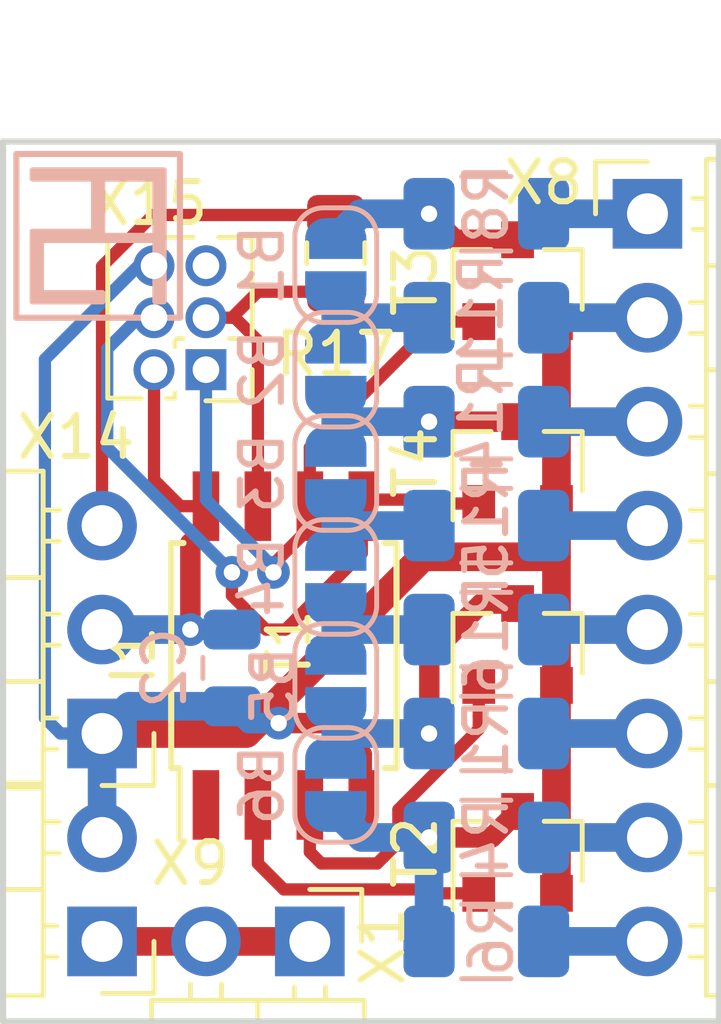
<source format=kicad_pcb>
(kicad_pcb (version 20171130) (host pcbnew "(5.0.0)")

  (general
    (thickness 1.6)
    (drawings 4)
    (tracks 123)
    (zones 0)
    (modules 27)
    (nets 26)
  )

  (page A4)
  (layers
    (0 F.Cu signal hide)
    (31 B.Cu signal)
    (32 B.Adhes user hide)
    (33 F.Adhes user hide)
    (34 B.Paste user hide)
    (35 F.Paste user hide)
    (36 B.SilkS user)
    (37 F.SilkS user hide)
    (38 B.Mask user hide)
    (39 F.Mask user hide)
    (40 Dwgs.User user hide)
    (41 Cmts.User user hide)
    (42 Eco1.User user hide)
    (43 Eco2.User user hide)
    (44 Edge.Cuts user)
    (45 Margin user hide)
    (46 B.CrtYd user hide)
    (47 F.CrtYd user hide)
    (48 B.Fab user hide)
    (49 F.Fab user hide)
  )

  (setup
    (last_trace_width 0.7)
    (user_trace_width 0.3)
    (user_trace_width 0.5)
    (user_trace_width 0.7)
    (user_trace_width 1)
    (trace_clearance 0.2)
    (zone_clearance 0.508)
    (zone_45_only no)
    (trace_min 0.2)
    (segment_width 0.2)
    (edge_width 0.15)
    (via_size 0.8)
    (via_drill 0.4)
    (via_min_size 0.4)
    (via_min_drill 0.3)
    (uvia_size 0.3)
    (uvia_drill 0.1)
    (uvias_allowed no)
    (uvia_min_size 0.2)
    (uvia_min_drill 0.1)
    (pcb_text_width 0.3)
    (pcb_text_size 1.5 1.5)
    (mod_edge_width 0.15)
    (mod_text_size 1 1)
    (mod_text_width 0.15)
    (pad_size 1.524 1.524)
    (pad_drill 0.762)
    (pad_to_mask_clearance 0.2)
    (aux_axis_origin 0 0)
    (visible_elements 7FFFFFFF)
    (pcbplotparams
      (layerselection 0x010fc_ffffffff)
      (usegerberextensions false)
      (usegerberattributes false)
      (usegerberadvancedattributes false)
      (creategerberjobfile false)
      (excludeedgelayer true)
      (linewidth 0.100000)
      (plotframeref false)
      (viasonmask false)
      (mode 1)
      (useauxorigin false)
      (hpglpennumber 1)
      (hpglpenspeed 20)
      (hpglpendiameter 15.000000)
      (psnegative false)
      (psa4output false)
      (plotreference true)
      (plotvalue true)
      (plotinvisibletext false)
      (padsonsilk false)
      (subtractmaskfromsilk false)
      (outputformat 1)
      (mirror false)
      (drillshape 1)
      (scaleselection 1)
      (outputdirectory ""))
  )

  (net 0 "")
  (net 1 VCC)
  (net 2 GNDD)
  (net 3 /RESET)
  (net 4 "Net-(I1-Pad2)")
  (net 5 "Net-(I1-Pad3)")
  (net 6 /MOSI)
  (net 7 /MISO)
  (net 8 /SCK)
  (net 9 "Net-(B5-Pad2)")
  (net 10 "Net-(R1-Pad1)")
  (net 11 "Net-(R4-Pad1)")
  (net 12 "Net-(B6-Pad2)")
  (net 13 "Net-(R6-Pad1)")
  (net 14 "Net-(R8-Pad1)")
  (net 15 "Net-(B1-Pad1)")
  (net 16 "Net-(B1-Pad2)")
  (net 17 "Net-(R11-Pad1)")
  (net 18 "Net-(R14-Pad1)")
  (net 19 "Net-(B2-Pad2)")
  (net 20 "Net-(B3-Pad2)")
  (net 21 "Net-(R15-Pad1)")
  (net 22 "Net-(B4-Pad2)")
  (net 23 "Net-(R16-Pad1)")
  (net 24 "Net-(R17-Pad2)")
  (net 25 +BATT)

  (net_class Default "Dies ist die voreingestellte Netzklasse."
    (clearance 0.2)
    (trace_width 0.25)
    (via_dia 0.8)
    (via_drill 0.4)
    (uvia_dia 0.3)
    (uvia_drill 0.1)
    (add_net +BATT)
    (add_net /MISO)
    (add_net /MOSI)
    (add_net /RESET)
    (add_net /SCK)
    (add_net GNDD)
    (add_net "Net-(B1-Pad1)")
    (add_net "Net-(B1-Pad2)")
    (add_net "Net-(B2-Pad2)")
    (add_net "Net-(B3-Pad2)")
    (add_net "Net-(B4-Pad2)")
    (add_net "Net-(B5-Pad2)")
    (add_net "Net-(B6-Pad2)")
    (add_net "Net-(I1-Pad2)")
    (add_net "Net-(I1-Pad3)")
    (add_net "Net-(R1-Pad1)")
    (add_net "Net-(R11-Pad1)")
    (add_net "Net-(R14-Pad1)")
    (add_net "Net-(R15-Pad1)")
    (add_net "Net-(R16-Pad1)")
    (add_net "Net-(R17-Pad2)")
    (add_net "Net-(R4-Pad1)")
    (add_net "Net-(R6-Pad1)")
    (add_net "Net-(R8-Pad1)")
    (add_net VCC)
  )

  (module Capacitor_SMD:C_0805_2012Metric (layer B.Cu) (tedit 5B36C52B) (tstamp 5BB84ACA)
    (at 125.095 99.3625 270)
    (descr "Capacitor SMD 0805 (2012 Metric), square (rectangular) end terminal, IPC_7351 nominal, (Body size source: https://docs.google.com/spreadsheets/d/1BsfQQcO9C6DZCsRaXUlFlo91Tg2WpOkGARC1WS5S8t0/edit?usp=sharing), generated with kicad-footprint-generator")
    (tags capacitor)
    (path /5B9FCDD3)
    (attr smd)
    (fp_text reference C2 (at 0 1.65 270) (layer B.SilkS)
      (effects (font (size 1 1) (thickness 0.15)) (justify mirror))
    )
    (fp_text value 100n (at 0 -1.65 270) (layer B.Fab)
      (effects (font (size 1 1) (thickness 0.15)) (justify mirror))
    )
    (fp_line (start -1 -0.6) (end -1 0.6) (layer B.Fab) (width 0.1))
    (fp_line (start -1 0.6) (end 1 0.6) (layer B.Fab) (width 0.1))
    (fp_line (start 1 0.6) (end 1 -0.6) (layer B.Fab) (width 0.1))
    (fp_line (start 1 -0.6) (end -1 -0.6) (layer B.Fab) (width 0.1))
    (fp_line (start -0.258578 0.71) (end 0.258578 0.71) (layer B.SilkS) (width 0.12))
    (fp_line (start -0.258578 -0.71) (end 0.258578 -0.71) (layer B.SilkS) (width 0.12))
    (fp_line (start -1.68 -0.95) (end -1.68 0.95) (layer B.CrtYd) (width 0.05))
    (fp_line (start -1.68 0.95) (end 1.68 0.95) (layer B.CrtYd) (width 0.05))
    (fp_line (start 1.68 0.95) (end 1.68 -0.95) (layer B.CrtYd) (width 0.05))
    (fp_line (start 1.68 -0.95) (end -1.68 -0.95) (layer B.CrtYd) (width 0.05))
    (fp_text user %R (at 0 0 270) (layer B.Fab)
      (effects (font (size 0.5 0.5) (thickness 0.08)) (justify mirror))
    )
    (pad 1 smd roundrect (at -0.9375 0 270) (size 0.975 1.4) (layers B.Cu B.Paste B.Mask) (roundrect_rratio 0.25)
      (net 1 VCC))
    (pad 2 smd roundrect (at 0.9375 0 270) (size 0.975 1.4) (layers B.Cu B.Paste B.Mask) (roundrect_rratio 0.25)
      (net 2 GNDD))
    (model ${KISYS3DMOD}/Capacitor_SMD.3dshapes/C_0805_2012Metric.wrl
      (at (xyz 0 0 0))
      (scale (xyz 1 1 1))
      (rotate (xyz 0 0 0))
    )
  )

  (module Package_SO:SOIJ-8_5.3x5.3mm_P1.27mm (layer F.Cu) (tedit 5A02F2D3) (tstamp 5BB84AE7)
    (at 126.365 99.06 90)
    (descr "8-Lead Plastic Small Outline (SM) - Medium, 5.28 mm Body [SOIC] (see Microchip Packaging Specification 00000049BS.pdf)")
    (tags "SOIC 1.27")
    (path /5B9FCAF5)
    (attr smd)
    (fp_text reference I1 (at 0 -3.68 90) (layer F.SilkS)
      (effects (font (size 1 1) (thickness 0.15)))
    )
    (fp_text value ATtiny85-20SU (at 0 3.68 90) (layer F.Fab)
      (effects (font (size 1 1) (thickness 0.15)))
    )
    (fp_text user %R (at 0 0 90) (layer F.Fab)
      (effects (font (size 1 1) (thickness 0.15)))
    )
    (fp_line (start -1.65 -2.65) (end 2.65 -2.65) (layer F.Fab) (width 0.15))
    (fp_line (start 2.65 -2.65) (end 2.65 2.65) (layer F.Fab) (width 0.15))
    (fp_line (start 2.65 2.65) (end -2.65 2.65) (layer F.Fab) (width 0.15))
    (fp_line (start -2.65 2.65) (end -2.65 -1.65) (layer F.Fab) (width 0.15))
    (fp_line (start -2.65 -1.65) (end -1.65 -2.65) (layer F.Fab) (width 0.15))
    (fp_line (start -4.75 -2.95) (end -4.75 2.95) (layer F.CrtYd) (width 0.05))
    (fp_line (start 4.75 -2.95) (end 4.75 2.95) (layer F.CrtYd) (width 0.05))
    (fp_line (start -4.75 -2.95) (end 4.75 -2.95) (layer F.CrtYd) (width 0.05))
    (fp_line (start -4.75 2.95) (end 4.75 2.95) (layer F.CrtYd) (width 0.05))
    (fp_line (start -2.75 -2.755) (end -2.75 -2.55) (layer F.SilkS) (width 0.15))
    (fp_line (start 2.75 -2.755) (end 2.75 -2.455) (layer F.SilkS) (width 0.15))
    (fp_line (start 2.75 2.755) (end 2.75 2.455) (layer F.SilkS) (width 0.15))
    (fp_line (start -2.75 2.755) (end -2.75 2.455) (layer F.SilkS) (width 0.15))
    (fp_line (start -2.75 -2.755) (end 2.75 -2.755) (layer F.SilkS) (width 0.15))
    (fp_line (start -2.75 2.755) (end 2.75 2.755) (layer F.SilkS) (width 0.15))
    (fp_line (start -2.75 -2.55) (end -4.5 -2.55) (layer F.SilkS) (width 0.15))
    (pad 1 smd rect (at -3.65 -1.905 90) (size 1.7 0.65) (layers F.Cu F.Paste F.Mask)
      (net 3 /RESET))
    (pad 2 smd rect (at -3.65 -0.635 90) (size 1.7 0.65) (layers F.Cu F.Paste F.Mask)
      (net 4 "Net-(I1-Pad2)"))
    (pad 3 smd rect (at -3.65 0.635 90) (size 1.7 0.65) (layers F.Cu F.Paste F.Mask)
      (net 5 "Net-(I1-Pad3)"))
    (pad 4 smd rect (at -3.65 1.905 90) (size 1.7 0.65) (layers F.Cu F.Paste F.Mask)
      (net 2 GNDD))
    (pad 5 smd rect (at 3.65 1.905 90) (size 1.7 0.65) (layers F.Cu F.Paste F.Mask)
      (net 6 /MOSI))
    (pad 6 smd rect (at 3.65 0.635 90) (size 1.7 0.65) (layers F.Cu F.Paste F.Mask)
      (net 7 /MISO))
    (pad 7 smd rect (at 3.65 -0.635 90) (size 1.7 0.65) (layers F.Cu F.Paste F.Mask)
      (net 8 /SCK))
    (pad 8 smd rect (at 3.65 -1.905 90) (size 1.7 0.65) (layers F.Cu F.Paste F.Mask)
      (net 1 VCC))
    (model ${KISYS3DMOD}/Package_SO.3dshapes/SOIJ-8_5.3x5.3mm_P1.27mm.wrl
      (at (xyz 0 0 0))
      (scale (xyz 1 1 1))
      (rotate (xyz 0 0 0))
    )
  )

  (module Resistor_SMD:R_1206_3216Metric (layer B.Cu) (tedit 5B301BBD) (tstamp 5BB84AF8)
    (at 131.315 100.965 180)
    (descr "Resistor SMD 1206 (3216 Metric), square (rectangular) end terminal, IPC_7351 nominal, (Body size source: http://www.tortai-tech.com/upload/download/2011102023233369053.pdf), generated with kicad-footprint-generator")
    (tags resistor)
    (path /5BA0870E)
    (attr smd)
    (fp_text reference R1 (at -0.003 -0.127 270) (layer B.SilkS)
      (effects (font (size 1 1) (thickness 0.15)) (justify mirror))
    )
    (fp_text value 1k (at 0 -1.82 180) (layer B.Fab)
      (effects (font (size 1 1) (thickness 0.15)) (justify mirror))
    )
    (fp_text user %R (at 0 0 180) (layer B.Fab)
      (effects (font (size 0.8 0.8) (thickness 0.12)) (justify mirror))
    )
    (fp_line (start 2.28 -1.12) (end -2.28 -1.12) (layer B.CrtYd) (width 0.05))
    (fp_line (start 2.28 1.12) (end 2.28 -1.12) (layer B.CrtYd) (width 0.05))
    (fp_line (start -2.28 1.12) (end 2.28 1.12) (layer B.CrtYd) (width 0.05))
    (fp_line (start -2.28 -1.12) (end -2.28 1.12) (layer B.CrtYd) (width 0.05))
    (fp_line (start -0.602064 -0.91) (end 0.602064 -0.91) (layer B.SilkS) (width 0.12))
    (fp_line (start -0.602064 0.91) (end 0.602064 0.91) (layer B.SilkS) (width 0.12))
    (fp_line (start 1.6 -0.8) (end -1.6 -0.8) (layer B.Fab) (width 0.1))
    (fp_line (start 1.6 0.8) (end 1.6 -0.8) (layer B.Fab) (width 0.1))
    (fp_line (start -1.6 0.8) (end 1.6 0.8) (layer B.Fab) (width 0.1))
    (fp_line (start -1.6 -0.8) (end -1.6 0.8) (layer B.Fab) (width 0.1))
    (pad 2 smd roundrect (at 1.4 0 180) (size 1.25 1.75) (layers B.Cu B.Paste B.Mask) (roundrect_rratio 0.2)
      (net 9 "Net-(B5-Pad2)"))
    (pad 1 smd roundrect (at -1.4 0 180) (size 1.25 1.75) (layers B.Cu B.Paste B.Mask) (roundrect_rratio 0.2)
      (net 10 "Net-(R1-Pad1)"))
    (model ${KISYS3DMOD}/Resistor_SMD.3dshapes/R_1206_3216Metric.wrl
      (at (xyz 0 0 0))
      (scale (xyz 1 1 1))
      (rotate (xyz 0 0 0))
    )
  )

  (module Resistor_SMD:R_1206_3216Metric (layer B.Cu) (tedit 5B301BBD) (tstamp 5BB84B09)
    (at 131.315 103.505 180)
    (descr "Resistor SMD 1206 (3216 Metric), square (rectangular) end terminal, IPC_7351 nominal, (Body size source: http://www.tortai-tech.com/upload/download/2011102023233369053.pdf), generated with kicad-footprint-generator")
    (tags resistor)
    (path /5BA08752)
    (attr smd)
    (fp_text reference R4 (at -0.003 0 270) (layer B.SilkS)
      (effects (font (size 1 1) (thickness 0.15)) (justify mirror))
    )
    (fp_text value 1k (at 0 -1.82 180) (layer B.Fab)
      (effects (font (size 1 1) (thickness 0.15)) (justify mirror))
    )
    (fp_line (start -1.6 -0.8) (end -1.6 0.8) (layer B.Fab) (width 0.1))
    (fp_line (start -1.6 0.8) (end 1.6 0.8) (layer B.Fab) (width 0.1))
    (fp_line (start 1.6 0.8) (end 1.6 -0.8) (layer B.Fab) (width 0.1))
    (fp_line (start 1.6 -0.8) (end -1.6 -0.8) (layer B.Fab) (width 0.1))
    (fp_line (start -0.602064 0.91) (end 0.602064 0.91) (layer B.SilkS) (width 0.12))
    (fp_line (start -0.602064 -0.91) (end 0.602064 -0.91) (layer B.SilkS) (width 0.12))
    (fp_line (start -2.28 -1.12) (end -2.28 1.12) (layer B.CrtYd) (width 0.05))
    (fp_line (start -2.28 1.12) (end 2.28 1.12) (layer B.CrtYd) (width 0.05))
    (fp_line (start 2.28 1.12) (end 2.28 -1.12) (layer B.CrtYd) (width 0.05))
    (fp_line (start 2.28 -1.12) (end -2.28 -1.12) (layer B.CrtYd) (width 0.05))
    (fp_text user %R (at 0 0 180) (layer B.Fab)
      (effects (font (size 0.8 0.8) (thickness 0.12)) (justify mirror))
    )
    (pad 1 smd roundrect (at -1.4 0 180) (size 1.25 1.75) (layers B.Cu B.Paste B.Mask) (roundrect_rratio 0.2)
      (net 11 "Net-(R4-Pad1)"))
    (pad 2 smd roundrect (at 1.4 0 180) (size 1.25 1.75) (layers B.Cu B.Paste B.Mask) (roundrect_rratio 0.2)
      (net 12 "Net-(B6-Pad2)"))
    (model ${KISYS3DMOD}/Resistor_SMD.3dshapes/R_1206_3216Metric.wrl
      (at (xyz 0 0 0))
      (scale (xyz 1 1 1))
      (rotate (xyz 0 0 0))
    )
  )

  (module Resistor_SMD:R_1206_3216Metric (layer B.Cu) (tedit 5B301BBD) (tstamp 5BB84B1A)
    (at 131.315 106.045 180)
    (descr "Resistor SMD 1206 (3216 Metric), square (rectangular) end terminal, IPC_7351 nominal, (Body size source: http://www.tortai-tech.com/upload/download/2011102023233369053.pdf), generated with kicad-footprint-generator")
    (tags resistor)
    (path /5BA0892B)
    (attr smd)
    (fp_text reference R6 (at -0.13 0.127 270) (layer B.SilkS)
      (effects (font (size 1 1) (thickness 0.15)) (justify mirror))
    )
    (fp_text value 1k (at 0 -1.82 180) (layer B.Fab)
      (effects (font (size 1 1) (thickness 0.15)) (justify mirror))
    )
    (fp_line (start -1.6 -0.8) (end -1.6 0.8) (layer B.Fab) (width 0.1))
    (fp_line (start -1.6 0.8) (end 1.6 0.8) (layer B.Fab) (width 0.1))
    (fp_line (start 1.6 0.8) (end 1.6 -0.8) (layer B.Fab) (width 0.1))
    (fp_line (start 1.6 -0.8) (end -1.6 -0.8) (layer B.Fab) (width 0.1))
    (fp_line (start -0.602064 0.91) (end 0.602064 0.91) (layer B.SilkS) (width 0.12))
    (fp_line (start -0.602064 -0.91) (end 0.602064 -0.91) (layer B.SilkS) (width 0.12))
    (fp_line (start -2.28 -1.12) (end -2.28 1.12) (layer B.CrtYd) (width 0.05))
    (fp_line (start -2.28 1.12) (end 2.28 1.12) (layer B.CrtYd) (width 0.05))
    (fp_line (start 2.28 1.12) (end 2.28 -1.12) (layer B.CrtYd) (width 0.05))
    (fp_line (start 2.28 -1.12) (end -2.28 -1.12) (layer B.CrtYd) (width 0.05))
    (fp_text user %R (at 0 0 180) (layer B.Fab)
      (effects (font (size 0.8 0.8) (thickness 0.12)) (justify mirror))
    )
    (pad 1 smd roundrect (at -1.4 0 180) (size 1.25 1.75) (layers B.Cu B.Paste B.Mask) (roundrect_rratio 0.2)
      (net 13 "Net-(R6-Pad1)"))
    (pad 2 smd roundrect (at 1.4 0 180) (size 1.25 1.75) (layers B.Cu B.Paste B.Mask) (roundrect_rratio 0.2)
      (net 12 "Net-(B6-Pad2)"))
    (model ${KISYS3DMOD}/Resistor_SMD.3dshapes/R_1206_3216Metric.wrl
      (at (xyz 0 0 0))
      (scale (xyz 1 1 1))
      (rotate (xyz 0 0 0))
    )
  )

  (module Resistor_SMD:R_1206_3216Metric (layer B.Cu) (tedit 5B301BBD) (tstamp 5BB85D41)
    (at 131.315 88.265 180)
    (descr "Resistor SMD 1206 (3216 Metric), square (rectangular) end terminal, IPC_7351 nominal, (Body size source: http://www.tortai-tech.com/upload/download/2011102023233369053.pdf), generated with kicad-footprint-generator")
    (tags resistor)
    (path /5B9FCD1C)
    (attr smd)
    (fp_text reference R8 (at -0.003 0.254 270) (layer B.SilkS)
      (effects (font (size 1 1) (thickness 0.15)) (justify mirror))
    )
    (fp_text value 1k (at 0 -1.82 180) (layer B.Fab)
      (effects (font (size 1 1) (thickness 0.15)) (justify mirror))
    )
    (fp_line (start -1.6 -0.8) (end -1.6 0.8) (layer B.Fab) (width 0.1))
    (fp_line (start -1.6 0.8) (end 1.6 0.8) (layer B.Fab) (width 0.1))
    (fp_line (start 1.6 0.8) (end 1.6 -0.8) (layer B.Fab) (width 0.1))
    (fp_line (start 1.6 -0.8) (end -1.6 -0.8) (layer B.Fab) (width 0.1))
    (fp_line (start -0.602064 0.91) (end 0.602064 0.91) (layer B.SilkS) (width 0.12))
    (fp_line (start -0.602064 -0.91) (end 0.602064 -0.91) (layer B.SilkS) (width 0.12))
    (fp_line (start -2.28 -1.12) (end -2.28 1.12) (layer B.CrtYd) (width 0.05))
    (fp_line (start -2.28 1.12) (end 2.28 1.12) (layer B.CrtYd) (width 0.05))
    (fp_line (start 2.28 1.12) (end 2.28 -1.12) (layer B.CrtYd) (width 0.05))
    (fp_line (start 2.28 -1.12) (end -2.28 -1.12) (layer B.CrtYd) (width 0.05))
    (fp_text user %R (at 0 0 180) (layer B.Fab)
      (effects (font (size 0.8 0.8) (thickness 0.12)) (justify mirror))
    )
    (pad 1 smd roundrect (at -1.4 0 180) (size 1.25 1.75) (layers B.Cu B.Paste B.Mask) (roundrect_rratio 0.2)
      (net 14 "Net-(R8-Pad1)"))
    (pad 2 smd roundrect (at 1.4 0 180) (size 1.25 1.75) (layers B.Cu B.Paste B.Mask) (roundrect_rratio 0.2)
      (net 15 "Net-(B1-Pad1)"))
    (model ${KISYS3DMOD}/Resistor_SMD.3dshapes/R_1206_3216Metric.wrl
      (at (xyz 0 0 0))
      (scale (xyz 1 1 1))
      (rotate (xyz 0 0 0))
    )
  )

  (module Resistor_SMD:R_1206_3216Metric (layer B.Cu) (tedit 5B301BBD) (tstamp 5BB84B3C)
    (at 131.315 90.805 180)
    (descr "Resistor SMD 1206 (3216 Metric), square (rectangular) end terminal, IPC_7351 nominal, (Body size source: http://www.tortai-tech.com/upload/download/2011102023233369053.pdf), generated with kicad-footprint-generator")
    (tags resistor)
    (path /5BA08612)
    (attr smd)
    (fp_text reference R11 (at 0.124 0.127 270) (layer B.SilkS)
      (effects (font (size 1 1) (thickness 0.15)) (justify mirror))
    )
    (fp_text value 1k (at 0 -1.82 180) (layer B.Fab)
      (effects (font (size 1 1) (thickness 0.15)) (justify mirror))
    )
    (fp_text user %R (at 0 0 180) (layer B.Fab)
      (effects (font (size 0.8 0.8) (thickness 0.12)) (justify mirror))
    )
    (fp_line (start 2.28 -1.12) (end -2.28 -1.12) (layer B.CrtYd) (width 0.05))
    (fp_line (start 2.28 1.12) (end 2.28 -1.12) (layer B.CrtYd) (width 0.05))
    (fp_line (start -2.28 1.12) (end 2.28 1.12) (layer B.CrtYd) (width 0.05))
    (fp_line (start -2.28 -1.12) (end -2.28 1.12) (layer B.CrtYd) (width 0.05))
    (fp_line (start -0.602064 -0.91) (end 0.602064 -0.91) (layer B.SilkS) (width 0.12))
    (fp_line (start -0.602064 0.91) (end 0.602064 0.91) (layer B.SilkS) (width 0.12))
    (fp_line (start 1.6 -0.8) (end -1.6 -0.8) (layer B.Fab) (width 0.1))
    (fp_line (start 1.6 0.8) (end 1.6 -0.8) (layer B.Fab) (width 0.1))
    (fp_line (start -1.6 0.8) (end 1.6 0.8) (layer B.Fab) (width 0.1))
    (fp_line (start -1.6 -0.8) (end -1.6 0.8) (layer B.Fab) (width 0.1))
    (pad 2 smd roundrect (at 1.4 0 180) (size 1.25 1.75) (layers B.Cu B.Paste B.Mask) (roundrect_rratio 0.2)
      (net 16 "Net-(B1-Pad2)"))
    (pad 1 smd roundrect (at -1.4 0 180) (size 1.25 1.75) (layers B.Cu B.Paste B.Mask) (roundrect_rratio 0.2)
      (net 17 "Net-(R11-Pad1)"))
    (model ${KISYS3DMOD}/Resistor_SMD.3dshapes/R_1206_3216Metric.wrl
      (at (xyz 0 0 0))
      (scale (xyz 1 1 1))
      (rotate (xyz 0 0 0))
    )
  )

  (module Resistor_SMD:R_1206_3216Metric (layer B.Cu) (tedit 5B301BBD) (tstamp 5BB857A6)
    (at 131.315 93.345 180)
    (descr "Resistor SMD 1206 (3216 Metric), square (rectangular) end terminal, IPC_7351 nominal, (Body size source: http://www.tortai-tech.com/upload/download/2011102023233369053.pdf), generated with kicad-footprint-generator")
    (tags resistor)
    (path /5BA0864E)
    (attr smd)
    (fp_text reference R14 (at 0.124 0.127 270) (layer B.SilkS)
      (effects (font (size 1 1) (thickness 0.15)) (justify mirror))
    )
    (fp_text value 1k (at 0 -1.82 180) (layer B.Fab)
      (effects (font (size 1 1) (thickness 0.15)) (justify mirror))
    )
    (fp_line (start -1.6 -0.8) (end -1.6 0.8) (layer B.Fab) (width 0.1))
    (fp_line (start -1.6 0.8) (end 1.6 0.8) (layer B.Fab) (width 0.1))
    (fp_line (start 1.6 0.8) (end 1.6 -0.8) (layer B.Fab) (width 0.1))
    (fp_line (start 1.6 -0.8) (end -1.6 -0.8) (layer B.Fab) (width 0.1))
    (fp_line (start -0.602064 0.91) (end 0.602064 0.91) (layer B.SilkS) (width 0.12))
    (fp_line (start -0.602064 -0.91) (end 0.602064 -0.91) (layer B.SilkS) (width 0.12))
    (fp_line (start -2.28 -1.12) (end -2.28 1.12) (layer B.CrtYd) (width 0.05))
    (fp_line (start -2.28 1.12) (end 2.28 1.12) (layer B.CrtYd) (width 0.05))
    (fp_line (start 2.28 1.12) (end 2.28 -1.12) (layer B.CrtYd) (width 0.05))
    (fp_line (start 2.28 -1.12) (end -2.28 -1.12) (layer B.CrtYd) (width 0.05))
    (fp_text user %R (at 0 0 180) (layer B.Fab)
      (effects (font (size 0.8 0.8) (thickness 0.12)) (justify mirror))
    )
    (pad 1 smd roundrect (at -1.4 0 180) (size 1.25 1.75) (layers B.Cu B.Paste B.Mask) (roundrect_rratio 0.2)
      (net 18 "Net-(R14-Pad1)"))
    (pad 2 smd roundrect (at 1.4 0 180) (size 1.25 1.75) (layers B.Cu B.Paste B.Mask) (roundrect_rratio 0.2)
      (net 19 "Net-(B2-Pad2)"))
    (model ${KISYS3DMOD}/Resistor_SMD.3dshapes/R_1206_3216Metric.wrl
      (at (xyz 0 0 0))
      (scale (xyz 1 1 1))
      (rotate (xyz 0 0 0))
    )
  )

  (module Resistor_SMD:R_1206_3216Metric (layer B.Cu) (tedit 5B301BBD) (tstamp 5BB84B5E)
    (at 131.315 95.885 180)
    (descr "Resistor SMD 1206 (3216 Metric), square (rectangular) end terminal, IPC_7351 nominal, (Body size source: http://www.tortai-tech.com/upload/download/2011102023233369053.pdf), generated with kicad-footprint-generator")
    (tags resistor)
    (path /5BA08688)
    (attr smd)
    (fp_text reference R15 (at -0.003 0.127 270) (layer B.SilkS)
      (effects (font (size 1 1) (thickness 0.15)) (justify mirror))
    )
    (fp_text value 1k (at 0 -1.82 180) (layer B.Fab)
      (effects (font (size 1 1) (thickness 0.15)) (justify mirror))
    )
    (fp_text user %R (at 0 0 180) (layer B.Fab)
      (effects (font (size 0.8 0.8) (thickness 0.12)) (justify mirror))
    )
    (fp_line (start 2.28 -1.12) (end -2.28 -1.12) (layer B.CrtYd) (width 0.05))
    (fp_line (start 2.28 1.12) (end 2.28 -1.12) (layer B.CrtYd) (width 0.05))
    (fp_line (start -2.28 1.12) (end 2.28 1.12) (layer B.CrtYd) (width 0.05))
    (fp_line (start -2.28 -1.12) (end -2.28 1.12) (layer B.CrtYd) (width 0.05))
    (fp_line (start -0.602064 -0.91) (end 0.602064 -0.91) (layer B.SilkS) (width 0.12))
    (fp_line (start -0.602064 0.91) (end 0.602064 0.91) (layer B.SilkS) (width 0.12))
    (fp_line (start 1.6 -0.8) (end -1.6 -0.8) (layer B.Fab) (width 0.1))
    (fp_line (start 1.6 0.8) (end 1.6 -0.8) (layer B.Fab) (width 0.1))
    (fp_line (start -1.6 0.8) (end 1.6 0.8) (layer B.Fab) (width 0.1))
    (fp_line (start -1.6 -0.8) (end -1.6 0.8) (layer B.Fab) (width 0.1))
    (pad 2 smd roundrect (at 1.4 0 180) (size 1.25 1.75) (layers B.Cu B.Paste B.Mask) (roundrect_rratio 0.2)
      (net 20 "Net-(B3-Pad2)"))
    (pad 1 smd roundrect (at -1.4 0 180) (size 1.25 1.75) (layers B.Cu B.Paste B.Mask) (roundrect_rratio 0.2)
      (net 21 "Net-(R15-Pad1)"))
    (model ${KISYS3DMOD}/Resistor_SMD.3dshapes/R_1206_3216Metric.wrl
      (at (xyz 0 0 0))
      (scale (xyz 1 1 1))
      (rotate (xyz 0 0 0))
    )
  )

  (module Resistor_SMD:R_1206_3216Metric (layer B.Cu) (tedit 5B301BBD) (tstamp 5BA175B4)
    (at 131.315 98.425 180)
    (descr "Resistor SMD 1206 (3216 Metric), square (rectangular) end terminal, IPC_7351 nominal, (Body size source: http://www.tortai-tech.com/upload/download/2011102023233369053.pdf), generated with kicad-footprint-generator")
    (tags resistor)
    (path /5BA086C6)
    (attr smd)
    (fp_text reference R16 (at -0.003 -0.127 270) (layer B.SilkS)
      (effects (font (size 1 1) (thickness 0.15)) (justify mirror))
    )
    (fp_text value 1k (at 0 -1.82 180) (layer B.Fab)
      (effects (font (size 1 1) (thickness 0.15)) (justify mirror))
    )
    (fp_text user %R (at 0 0 180) (layer B.Fab)
      (effects (font (size 0.8 0.8) (thickness 0.12)) (justify mirror))
    )
    (fp_line (start 2.28 -1.12) (end -2.28 -1.12) (layer B.CrtYd) (width 0.05))
    (fp_line (start 2.28 1.12) (end 2.28 -1.12) (layer B.CrtYd) (width 0.05))
    (fp_line (start -2.28 1.12) (end 2.28 1.12) (layer B.CrtYd) (width 0.05))
    (fp_line (start -2.28 -1.12) (end -2.28 1.12) (layer B.CrtYd) (width 0.05))
    (fp_line (start -0.602064 -0.91) (end 0.602064 -0.91) (layer B.SilkS) (width 0.12))
    (fp_line (start -0.602064 0.91) (end 0.602064 0.91) (layer B.SilkS) (width 0.12))
    (fp_line (start 1.6 -0.8) (end -1.6 -0.8) (layer B.Fab) (width 0.1))
    (fp_line (start 1.6 0.8) (end 1.6 -0.8) (layer B.Fab) (width 0.1))
    (fp_line (start -1.6 0.8) (end 1.6 0.8) (layer B.Fab) (width 0.1))
    (fp_line (start -1.6 -0.8) (end -1.6 0.8) (layer B.Fab) (width 0.1))
    (pad 2 smd roundrect (at 1.4 0 180) (size 1.25 1.75) (layers B.Cu B.Paste B.Mask) (roundrect_rratio 0.2)
      (net 22 "Net-(B4-Pad2)"))
    (pad 1 smd roundrect (at -1.4 0 180) (size 1.25 1.75) (layers B.Cu B.Paste B.Mask) (roundrect_rratio 0.2)
      (net 23 "Net-(R16-Pad1)"))
    (model ${KISYS3DMOD}/Resistor_SMD.3dshapes/R_1206_3216Metric.wrl
      (at (xyz 0 0 0))
      (scale (xyz 1 1 1))
      (rotate (xyz 0 0 0))
    )
  )

  (module Resistor_SMD:R_0805_2012Metric (layer F.Cu) (tedit 5B36C52B) (tstamp 5BB85C39)
    (at 127.635 89.2325 90)
    (descr "Resistor SMD 0805 (2012 Metric), square (rectangular) end terminal, IPC_7351 nominal, (Body size source: https://docs.google.com/spreadsheets/d/1BsfQQcO9C6DZCsRaXUlFlo91Tg2WpOkGARC1WS5S8t0/edit?usp=sharing), generated with kicad-footprint-generator")
    (tags resistor)
    (path /5B9FFF3C)
    (attr smd)
    (fp_text reference R17 (at -2.4615 0) (layer F.SilkS)
      (effects (font (size 1 1) (thickness 0.15)))
    )
    (fp_text value 10k (at 0 1.65 90) (layer F.Fab)
      (effects (font (size 1 1) (thickness 0.15)))
    )
    (fp_line (start -1 0.6) (end -1 -0.6) (layer F.Fab) (width 0.1))
    (fp_line (start -1 -0.6) (end 1 -0.6) (layer F.Fab) (width 0.1))
    (fp_line (start 1 -0.6) (end 1 0.6) (layer F.Fab) (width 0.1))
    (fp_line (start 1 0.6) (end -1 0.6) (layer F.Fab) (width 0.1))
    (fp_line (start -0.258578 -0.71) (end 0.258578 -0.71) (layer F.SilkS) (width 0.12))
    (fp_line (start -0.258578 0.71) (end 0.258578 0.71) (layer F.SilkS) (width 0.12))
    (fp_line (start -1.68 0.95) (end -1.68 -0.95) (layer F.CrtYd) (width 0.05))
    (fp_line (start -1.68 -0.95) (end 1.68 -0.95) (layer F.CrtYd) (width 0.05))
    (fp_line (start 1.68 -0.95) (end 1.68 0.95) (layer F.CrtYd) (width 0.05))
    (fp_line (start 1.68 0.95) (end -1.68 0.95) (layer F.CrtYd) (width 0.05))
    (fp_text user %R (at 0 0 90) (layer F.Fab)
      (effects (font (size 0.5 0.5) (thickness 0.08)))
    )
    (pad 1 smd roundrect (at -0.9375 0 90) (size 0.975 1.4) (layers F.Cu F.Paste F.Mask) (roundrect_rratio 0.25)
      (net 8 /SCK))
    (pad 2 smd roundrect (at 0.9375 0 90) (size 0.975 1.4) (layers F.Cu F.Paste F.Mask) (roundrect_rratio 0.25)
      (net 24 "Net-(R17-Pad2)"))
    (model ${KISYS3DMOD}/Resistor_SMD.3dshapes/R_0805_2012Metric.wrl
      (at (xyz 0 0 0))
      (scale (xyz 1 1 1))
      (rotate (xyz 0 0 0))
    )
  )

  (module Package_TO_SOT_SMD:SOT-23 (layer F.Cu) (tedit 5A02FF57) (tstamp 5BA176BE)
    (at 132.08 98.79 90)
    (descr "SOT-23, Standard")
    (tags SOT-23)
    (path /5B9FDA72)
    (attr smd)
    (fp_text reference T1 (at -0.016 -5.588 90) (layer F.SilkS)
      (effects (font (size 1 1) (thickness 0.15)))
    )
    (fp_text value DTC114E (at 0 2.5 90) (layer F.Fab)
      (effects (font (size 1 1) (thickness 0.15)))
    )
    (fp_text user %R (at 0 0 180) (layer F.Fab)
      (effects (font (size 0.5 0.5) (thickness 0.075)))
    )
    (fp_line (start -0.7 -0.95) (end -0.7 1.5) (layer F.Fab) (width 0.1))
    (fp_line (start -0.15 -1.52) (end 0.7 -1.52) (layer F.Fab) (width 0.1))
    (fp_line (start -0.7 -0.95) (end -0.15 -1.52) (layer F.Fab) (width 0.1))
    (fp_line (start 0.7 -1.52) (end 0.7 1.52) (layer F.Fab) (width 0.1))
    (fp_line (start -0.7 1.52) (end 0.7 1.52) (layer F.Fab) (width 0.1))
    (fp_line (start 0.76 1.58) (end 0.76 0.65) (layer F.SilkS) (width 0.12))
    (fp_line (start 0.76 -1.58) (end 0.76 -0.65) (layer F.SilkS) (width 0.12))
    (fp_line (start -1.7 -1.75) (end 1.7 -1.75) (layer F.CrtYd) (width 0.05))
    (fp_line (start 1.7 -1.75) (end 1.7 1.75) (layer F.CrtYd) (width 0.05))
    (fp_line (start 1.7 1.75) (end -1.7 1.75) (layer F.CrtYd) (width 0.05))
    (fp_line (start -1.7 1.75) (end -1.7 -1.75) (layer F.CrtYd) (width 0.05))
    (fp_line (start 0.76 -1.58) (end -1.4 -1.58) (layer F.SilkS) (width 0.12))
    (fp_line (start 0.76 1.58) (end -0.7 1.58) (layer F.SilkS) (width 0.12))
    (pad 1 smd rect (at -1 -0.95 90) (size 0.9 0.8) (layers F.Cu F.Paste F.Mask)
      (net 5 "Net-(I1-Pad3)"))
    (pad 2 smd rect (at -1 0.95 90) (size 0.9 0.8) (layers F.Cu F.Paste F.Mask)
      (net 2 GNDD))
    (pad 3 smd rect (at 1 0 90) (size 0.9 0.8) (layers F.Cu F.Paste F.Mask)
      (net 9 "Net-(B5-Pad2)"))
    (model ${KISYS3DMOD}/Package_TO_SOT_SMD.3dshapes/SOT-23.wrl
      (at (xyz 0 0 0))
      (scale (xyz 1 1 1))
      (rotate (xyz 0 0 0))
    )
  )

  (module Package_TO_SOT_SMD:SOT-23 (layer F.Cu) (tedit 5A02FF57) (tstamp 5BB84BAA)
    (at 132.08 103.87 90)
    (descr "SOT-23, Standard")
    (tags SOT-23)
    (path /5B9FCC93)
    (attr smd)
    (fp_text reference T2 (at 0 -2.5 90) (layer F.SilkS)
      (effects (font (size 1 1) (thickness 0.15)))
    )
    (fp_text value DTC114E (at 0 2.5 90) (layer F.Fab)
      (effects (font (size 1 1) (thickness 0.15)))
    )
    (fp_line (start 0.76 1.58) (end -0.7 1.58) (layer F.SilkS) (width 0.12))
    (fp_line (start 0.76 -1.58) (end -1.4 -1.58) (layer F.SilkS) (width 0.12))
    (fp_line (start -1.7 1.75) (end -1.7 -1.75) (layer F.CrtYd) (width 0.05))
    (fp_line (start 1.7 1.75) (end -1.7 1.75) (layer F.CrtYd) (width 0.05))
    (fp_line (start 1.7 -1.75) (end 1.7 1.75) (layer F.CrtYd) (width 0.05))
    (fp_line (start -1.7 -1.75) (end 1.7 -1.75) (layer F.CrtYd) (width 0.05))
    (fp_line (start 0.76 -1.58) (end 0.76 -0.65) (layer F.SilkS) (width 0.12))
    (fp_line (start 0.76 1.58) (end 0.76 0.65) (layer F.SilkS) (width 0.12))
    (fp_line (start -0.7 1.52) (end 0.7 1.52) (layer F.Fab) (width 0.1))
    (fp_line (start 0.7 -1.52) (end 0.7 1.52) (layer F.Fab) (width 0.1))
    (fp_line (start -0.7 -0.95) (end -0.15 -1.52) (layer F.Fab) (width 0.1))
    (fp_line (start -0.15 -1.52) (end 0.7 -1.52) (layer F.Fab) (width 0.1))
    (fp_line (start -0.7 -0.95) (end -0.7 1.5) (layer F.Fab) (width 0.1))
    (fp_text user %R (at 0 0 180) (layer F.Fab)
      (effects (font (size 0.5 0.5) (thickness 0.075)))
    )
    (pad 3 smd rect (at 1 0 90) (size 0.9 0.8) (layers F.Cu F.Paste F.Mask)
      (net 12 "Net-(B6-Pad2)"))
    (pad 2 smd rect (at -1 0.95 90) (size 0.9 0.8) (layers F.Cu F.Paste F.Mask)
      (net 2 GNDD))
    (pad 1 smd rect (at -1 -0.95 90) (size 0.9 0.8) (layers F.Cu F.Paste F.Mask)
      (net 4 "Net-(I1-Pad2)"))
    (model ${KISYS3DMOD}/Package_TO_SOT_SMD.3dshapes/SOT-23.wrl
      (at (xyz 0 0 0))
      (scale (xyz 1 1 1))
      (rotate (xyz 0 0 0))
    )
  )

  (module Package_TO_SOT_SMD:SOT-23 (layer F.Cu) (tedit 5A02FF57) (tstamp 5BB84BBF)
    (at 132.08 89.9 90)
    (descr "SOT-23, Standard")
    (tags SOT-23)
    (path /5B9FDB93)
    (attr smd)
    (fp_text reference T3 (at 0 -2.5 90) (layer F.SilkS)
      (effects (font (size 1 1) (thickness 0.15)))
    )
    (fp_text value DTC114E (at 0 2.5 90) (layer F.Fab)
      (effects (font (size 1 1) (thickness 0.15)))
    )
    (fp_line (start 0.76 1.58) (end -0.7 1.58) (layer F.SilkS) (width 0.12))
    (fp_line (start 0.76 -1.58) (end -1.4 -1.58) (layer F.SilkS) (width 0.12))
    (fp_line (start -1.7 1.75) (end -1.7 -1.75) (layer F.CrtYd) (width 0.05))
    (fp_line (start 1.7 1.75) (end -1.7 1.75) (layer F.CrtYd) (width 0.05))
    (fp_line (start 1.7 -1.75) (end 1.7 1.75) (layer F.CrtYd) (width 0.05))
    (fp_line (start -1.7 -1.75) (end 1.7 -1.75) (layer F.CrtYd) (width 0.05))
    (fp_line (start 0.76 -1.58) (end 0.76 -0.65) (layer F.SilkS) (width 0.12))
    (fp_line (start 0.76 1.58) (end 0.76 0.65) (layer F.SilkS) (width 0.12))
    (fp_line (start -0.7 1.52) (end 0.7 1.52) (layer F.Fab) (width 0.1))
    (fp_line (start 0.7 -1.52) (end 0.7 1.52) (layer F.Fab) (width 0.1))
    (fp_line (start -0.7 -0.95) (end -0.15 -1.52) (layer F.Fab) (width 0.1))
    (fp_line (start -0.15 -1.52) (end 0.7 -1.52) (layer F.Fab) (width 0.1))
    (fp_line (start -0.7 -0.95) (end -0.7 1.5) (layer F.Fab) (width 0.1))
    (fp_text user %R (at 0 0 180) (layer F.Fab)
      (effects (font (size 0.5 0.5) (thickness 0.075)))
    )
    (pad 3 smd rect (at 1 0 90) (size 0.9 0.8) (layers F.Cu F.Paste F.Mask)
      (net 15 "Net-(B1-Pad1)"))
    (pad 2 smd rect (at -1 0.95 90) (size 0.9 0.8) (layers F.Cu F.Paste F.Mask)
      (net 2 GNDD))
    (pad 1 smd rect (at -1 -0.95 90) (size 0.9 0.8) (layers F.Cu F.Paste F.Mask)
      (net 7 /MISO))
    (model ${KISYS3DMOD}/Package_TO_SOT_SMD.3dshapes/SOT-23.wrl
      (at (xyz 0 0 0))
      (scale (xyz 1 1 1))
      (rotate (xyz 0 0 0))
    )
  )

  (module Package_TO_SOT_SMD:SOT-23 (layer F.Cu) (tedit 5A02FF57) (tstamp 5BB84BD4)
    (at 132.08 94.345 90)
    (descr "SOT-23, Standard")
    (tags SOT-23)
    (path /5B9FDB86)
    (attr smd)
    (fp_text reference T4 (at 0 -2.5 90) (layer F.SilkS)
      (effects (font (size 1 1) (thickness 0.15)))
    )
    (fp_text value DTC114E (at 0 2.5 90) (layer F.Fab)
      (effects (font (size 1 1) (thickness 0.15)))
    )
    (fp_text user %R (at 0 0 180) (layer F.Fab)
      (effects (font (size 0.5 0.5) (thickness 0.075)))
    )
    (fp_line (start -0.7 -0.95) (end -0.7 1.5) (layer F.Fab) (width 0.1))
    (fp_line (start -0.15 -1.52) (end 0.7 -1.52) (layer F.Fab) (width 0.1))
    (fp_line (start -0.7 -0.95) (end -0.15 -1.52) (layer F.Fab) (width 0.1))
    (fp_line (start 0.7 -1.52) (end 0.7 1.52) (layer F.Fab) (width 0.1))
    (fp_line (start -0.7 1.52) (end 0.7 1.52) (layer F.Fab) (width 0.1))
    (fp_line (start 0.76 1.58) (end 0.76 0.65) (layer F.SilkS) (width 0.12))
    (fp_line (start 0.76 -1.58) (end 0.76 -0.65) (layer F.SilkS) (width 0.12))
    (fp_line (start -1.7 -1.75) (end 1.7 -1.75) (layer F.CrtYd) (width 0.05))
    (fp_line (start 1.7 -1.75) (end 1.7 1.75) (layer F.CrtYd) (width 0.05))
    (fp_line (start 1.7 1.75) (end -1.7 1.75) (layer F.CrtYd) (width 0.05))
    (fp_line (start -1.7 1.75) (end -1.7 -1.75) (layer F.CrtYd) (width 0.05))
    (fp_line (start 0.76 -1.58) (end -1.4 -1.58) (layer F.SilkS) (width 0.12))
    (fp_line (start 0.76 1.58) (end -0.7 1.58) (layer F.SilkS) (width 0.12))
    (pad 1 smd rect (at -1 -0.95 90) (size 0.9 0.8) (layers F.Cu F.Paste F.Mask)
      (net 6 /MOSI))
    (pad 2 smd rect (at -1 0.95 90) (size 0.9 0.8) (layers F.Cu F.Paste F.Mask)
      (net 2 GNDD))
    (pad 3 smd rect (at 1 0 90) (size 0.9 0.8) (layers F.Cu F.Paste F.Mask)
      (net 19 "Net-(B2-Pad2)"))
    (model ${KISYS3DMOD}/Package_TO_SOT_SMD.3dshapes/SOT-23.wrl
      (at (xyz 0 0 0))
      (scale (xyz 1 1 1))
      (rotate (xyz 0 0 0))
    )
  )

  (module Connector_PinHeader_2.54mm:PinHeader_1x08_P2.54mm_Horizontal (layer F.Cu) (tedit 59FED5CB) (tstamp 5BA18124)
    (at 135.255 88.265)
    (descr "Through hole angled pin header, 1x08, 2.54mm pitch, 6mm pin length, single row")
    (tags "Through hole angled pin header THT 1x08 2.54mm single row")
    (path /5BA08B8B)
    (fp_text reference X8 (at -2.54 -0.762) (layer F.SilkS)
      (effects (font (size 1 1) (thickness 0.15)))
    )
    (fp_text value LEDs (at 4.385 20.05) (layer F.Fab)
      (effects (font (size 1 1) (thickness 0.15)))
    )
    (fp_line (start 2.135 -1.27) (end 4.04 -1.27) (layer F.Fab) (width 0.1))
    (fp_line (start 4.04 -1.27) (end 4.04 19.05) (layer F.Fab) (width 0.1))
    (fp_line (start 4.04 19.05) (end 1.5 19.05) (layer F.Fab) (width 0.1))
    (fp_line (start 1.5 19.05) (end 1.5 -0.635) (layer F.Fab) (width 0.1))
    (fp_line (start 1.5 -0.635) (end 2.135 -1.27) (layer F.Fab) (width 0.1))
    (fp_line (start -0.32 -0.32) (end 1.5 -0.32) (layer F.Fab) (width 0.1))
    (fp_line (start -0.32 -0.32) (end -0.32 0.32) (layer F.Fab) (width 0.1))
    (fp_line (start -0.32 0.32) (end 1.5 0.32) (layer F.Fab) (width 0.1))
    (fp_line (start 4.04 -0.32) (end 10.04 -0.32) (layer F.Fab) (width 0.1))
    (fp_line (start 10.04 -0.32) (end 10.04 0.32) (layer F.Fab) (width 0.1))
    (fp_line (start 4.04 0.32) (end 10.04 0.32) (layer F.Fab) (width 0.1))
    (fp_line (start -0.32 2.22) (end 1.5 2.22) (layer F.Fab) (width 0.1))
    (fp_line (start -0.32 2.22) (end -0.32 2.86) (layer F.Fab) (width 0.1))
    (fp_line (start -0.32 2.86) (end 1.5 2.86) (layer F.Fab) (width 0.1))
    (fp_line (start 4.04 2.22) (end 10.04 2.22) (layer F.Fab) (width 0.1))
    (fp_line (start 10.04 2.22) (end 10.04 2.86) (layer F.Fab) (width 0.1))
    (fp_line (start 4.04 2.86) (end 10.04 2.86) (layer F.Fab) (width 0.1))
    (fp_line (start -0.32 4.76) (end 1.5 4.76) (layer F.Fab) (width 0.1))
    (fp_line (start -0.32 4.76) (end -0.32 5.4) (layer F.Fab) (width 0.1))
    (fp_line (start -0.32 5.4) (end 1.5 5.4) (layer F.Fab) (width 0.1))
    (fp_line (start 4.04 4.76) (end 10.04 4.76) (layer F.Fab) (width 0.1))
    (fp_line (start 10.04 4.76) (end 10.04 5.4) (layer F.Fab) (width 0.1))
    (fp_line (start 4.04 5.4) (end 10.04 5.4) (layer F.Fab) (width 0.1))
    (fp_line (start -0.32 7.3) (end 1.5 7.3) (layer F.Fab) (width 0.1))
    (fp_line (start -0.32 7.3) (end -0.32 7.94) (layer F.Fab) (width 0.1))
    (fp_line (start -0.32 7.94) (end 1.5 7.94) (layer F.Fab) (width 0.1))
    (fp_line (start 4.04 7.3) (end 10.04 7.3) (layer F.Fab) (width 0.1))
    (fp_line (start 10.04 7.3) (end 10.04 7.94) (layer F.Fab) (width 0.1))
    (fp_line (start 4.04 7.94) (end 10.04 7.94) (layer F.Fab) (width 0.1))
    (fp_line (start -0.32 9.84) (end 1.5 9.84) (layer F.Fab) (width 0.1))
    (fp_line (start -0.32 9.84) (end -0.32 10.48) (layer F.Fab) (width 0.1))
    (fp_line (start -0.32 10.48) (end 1.5 10.48) (layer F.Fab) (width 0.1))
    (fp_line (start 4.04 9.84) (end 10.04 9.84) (layer F.Fab) (width 0.1))
    (fp_line (start 10.04 9.84) (end 10.04 10.48) (layer F.Fab) (width 0.1))
    (fp_line (start 4.04 10.48) (end 10.04 10.48) (layer F.Fab) (width 0.1))
    (fp_line (start -0.32 12.38) (end 1.5 12.38) (layer F.Fab) (width 0.1))
    (fp_line (start -0.32 12.38) (end -0.32 13.02) (layer F.Fab) (width 0.1))
    (fp_line (start -0.32 13.02) (end 1.5 13.02) (layer F.Fab) (width 0.1))
    (fp_line (start 4.04 12.38) (end 10.04 12.38) (layer F.Fab) (width 0.1))
    (fp_line (start 10.04 12.38) (end 10.04 13.02) (layer F.Fab) (width 0.1))
    (fp_line (start 4.04 13.02) (end 10.04 13.02) (layer F.Fab) (width 0.1))
    (fp_line (start -0.32 14.92) (end 1.5 14.92) (layer F.Fab) (width 0.1))
    (fp_line (start -0.32 14.92) (end -0.32 15.56) (layer F.Fab) (width 0.1))
    (fp_line (start -0.32 15.56) (end 1.5 15.56) (layer F.Fab) (width 0.1))
    (fp_line (start 4.04 14.92) (end 10.04 14.92) (layer F.Fab) (width 0.1))
    (fp_line (start 10.04 14.92) (end 10.04 15.56) (layer F.Fab) (width 0.1))
    (fp_line (start 4.04 15.56) (end 10.04 15.56) (layer F.Fab) (width 0.1))
    (fp_line (start -0.32 17.46) (end 1.5 17.46) (layer F.Fab) (width 0.1))
    (fp_line (start -0.32 17.46) (end -0.32 18.1) (layer F.Fab) (width 0.1))
    (fp_line (start -0.32 18.1) (end 1.5 18.1) (layer F.Fab) (width 0.1))
    (fp_line (start 4.04 17.46) (end 10.04 17.46) (layer F.Fab) (width 0.1))
    (fp_line (start 10.04 17.46) (end 10.04 18.1) (layer F.Fab) (width 0.1))
    (fp_line (start 4.04 18.1) (end 10.04 18.1) (layer F.Fab) (width 0.1))
    (fp_line (start 1.44 -1.33) (end 1.44 19.11) (layer F.SilkS) (width 0.12))
    (fp_line (start 1.44 19.11) (end 4.1 19.11) (layer F.SilkS) (width 0.12))
    (fp_line (start 4.1 19.11) (end 4.1 -1.33) (layer F.SilkS) (width 0.12))
    (fp_line (start 4.1 -1.33) (end 1.44 -1.33) (layer F.SilkS) (width 0.12))
    (fp_line (start 4.1 -0.38) (end 10.1 -0.38) (layer F.SilkS) (width 0.12))
    (fp_line (start 10.1 -0.38) (end 10.1 0.38) (layer F.SilkS) (width 0.12))
    (fp_line (start 10.1 0.38) (end 4.1 0.38) (layer F.SilkS) (width 0.12))
    (fp_line (start 4.1 -0.32) (end 10.1 -0.32) (layer F.SilkS) (width 0.12))
    (fp_line (start 4.1 -0.2) (end 10.1 -0.2) (layer F.SilkS) (width 0.12))
    (fp_line (start 4.1 -0.08) (end 10.1 -0.08) (layer F.SilkS) (width 0.12))
    (fp_line (start 4.1 0.04) (end 10.1 0.04) (layer F.SilkS) (width 0.12))
    (fp_line (start 4.1 0.16) (end 10.1 0.16) (layer F.SilkS) (width 0.12))
    (fp_line (start 4.1 0.28) (end 10.1 0.28) (layer F.SilkS) (width 0.12))
    (fp_line (start 1.11 -0.38) (end 1.44 -0.38) (layer F.SilkS) (width 0.12))
    (fp_line (start 1.11 0.38) (end 1.44 0.38) (layer F.SilkS) (width 0.12))
    (fp_line (start 1.44 1.27) (end 4.1 1.27) (layer F.SilkS) (width 0.12))
    (fp_line (start 4.1 2.16) (end 10.1 2.16) (layer F.SilkS) (width 0.12))
    (fp_line (start 10.1 2.16) (end 10.1 2.92) (layer F.SilkS) (width 0.12))
    (fp_line (start 10.1 2.92) (end 4.1 2.92) (layer F.SilkS) (width 0.12))
    (fp_line (start 1.042929 2.16) (end 1.44 2.16) (layer F.SilkS) (width 0.12))
    (fp_line (start 1.042929 2.92) (end 1.44 2.92) (layer F.SilkS) (width 0.12))
    (fp_line (start 1.44 3.81) (end 4.1 3.81) (layer F.SilkS) (width 0.12))
    (fp_line (start 4.1 4.7) (end 10.1 4.7) (layer F.SilkS) (width 0.12))
    (fp_line (start 10.1 4.7) (end 10.1 5.46) (layer F.SilkS) (width 0.12))
    (fp_line (start 10.1 5.46) (end 4.1 5.46) (layer F.SilkS) (width 0.12))
    (fp_line (start 1.042929 4.7) (end 1.44 4.7) (layer F.SilkS) (width 0.12))
    (fp_line (start 1.042929 5.46) (end 1.44 5.46) (layer F.SilkS) (width 0.12))
    (fp_line (start 1.44 6.35) (end 4.1 6.35) (layer F.SilkS) (width 0.12))
    (fp_line (start 4.1 7.24) (end 10.1 7.24) (layer F.SilkS) (width 0.12))
    (fp_line (start 10.1 7.24) (end 10.1 8) (layer F.SilkS) (width 0.12))
    (fp_line (start 10.1 8) (end 4.1 8) (layer F.SilkS) (width 0.12))
    (fp_line (start 1.042929 7.24) (end 1.44 7.24) (layer F.SilkS) (width 0.12))
    (fp_line (start 1.042929 8) (end 1.44 8) (layer F.SilkS) (width 0.12))
    (fp_line (start 1.44 8.89) (end 4.1 8.89) (layer F.SilkS) (width 0.12))
    (fp_line (start 4.1 9.78) (end 10.1 9.78) (layer F.SilkS) (width 0.12))
    (fp_line (start 10.1 9.78) (end 10.1 10.54) (layer F.SilkS) (width 0.12))
    (fp_line (start 10.1 10.54) (end 4.1 10.54) (layer F.SilkS) (width 0.12))
    (fp_line (start 1.042929 9.78) (end 1.44 9.78) (layer F.SilkS) (width 0.12))
    (fp_line (start 1.042929 10.54) (end 1.44 10.54) (layer F.SilkS) (width 0.12))
    (fp_line (start 1.44 11.43) (end 4.1 11.43) (layer F.SilkS) (width 0.12))
    (fp_line (start 4.1 12.32) (end 10.1 12.32) (layer F.SilkS) (width 0.12))
    (fp_line (start 10.1 12.32) (end 10.1 13.08) (layer F.SilkS) (width 0.12))
    (fp_line (start 10.1 13.08) (end 4.1 13.08) (layer F.SilkS) (width 0.12))
    (fp_line (start 1.042929 12.32) (end 1.44 12.32) (layer F.SilkS) (width 0.12))
    (fp_line (start 1.042929 13.08) (end 1.44 13.08) (layer F.SilkS) (width 0.12))
    (fp_line (start 1.44 13.97) (end 4.1 13.97) (layer F.SilkS) (width 0.12))
    (fp_line (start 4.1 14.86) (end 10.1 14.86) (layer F.SilkS) (width 0.12))
    (fp_line (start 10.1 14.86) (end 10.1 15.62) (layer F.SilkS) (width 0.12))
    (fp_line (start 10.1 15.62) (end 4.1 15.62) (layer F.SilkS) (width 0.12))
    (fp_line (start 1.042929 14.86) (end 1.44 14.86) (layer F.SilkS) (width 0.12))
    (fp_line (start 1.042929 15.62) (end 1.44 15.62) (layer F.SilkS) (width 0.12))
    (fp_line (start 1.44 16.51) (end 4.1 16.51) (layer F.SilkS) (width 0.12))
    (fp_line (start 4.1 17.4) (end 10.1 17.4) (layer F.SilkS) (width 0.12))
    (fp_line (start 10.1 17.4) (end 10.1 18.16) (layer F.SilkS) (width 0.12))
    (fp_line (start 10.1 18.16) (end 4.1 18.16) (layer F.SilkS) (width 0.12))
    (fp_line (start 1.042929 17.4) (end 1.44 17.4) (layer F.SilkS) (width 0.12))
    (fp_line (start 1.042929 18.16) (end 1.44 18.16) (layer F.SilkS) (width 0.12))
    (fp_line (start -1.27 0) (end -1.27 -1.27) (layer F.SilkS) (width 0.12))
    (fp_line (start -1.27 -1.27) (end 0 -1.27) (layer F.SilkS) (width 0.12))
    (fp_line (start -1.8 -1.8) (end -1.8 19.55) (layer F.CrtYd) (width 0.05))
    (fp_line (start -1.8 19.55) (end 10.55 19.55) (layer F.CrtYd) (width 0.05))
    (fp_line (start 10.55 19.55) (end 10.55 -1.8) (layer F.CrtYd) (width 0.05))
    (fp_line (start 10.55 -1.8) (end -1.8 -1.8) (layer F.CrtYd) (width 0.05))
    (fp_text user %R (at 2.77 8.89 90) (layer F.Fab)
      (effects (font (size 1 1) (thickness 0.15)))
    )
    (pad 1 thru_hole rect (at 0 0) (size 1.7 1.7) (drill 1) (layers *.Cu *.Mask)
      (net 14 "Net-(R8-Pad1)"))
    (pad 2 thru_hole oval (at 0 2.54) (size 1.7 1.7) (drill 1) (layers *.Cu *.Mask)
      (net 17 "Net-(R11-Pad1)"))
    (pad 3 thru_hole oval (at 0 5.08) (size 1.7 1.7) (drill 1) (layers *.Cu *.Mask)
      (net 18 "Net-(R14-Pad1)"))
    (pad 4 thru_hole oval (at 0 7.62) (size 1.7 1.7) (drill 1) (layers *.Cu *.Mask)
      (net 21 "Net-(R15-Pad1)"))
    (pad 5 thru_hole oval (at 0 10.16) (size 1.7 1.7) (drill 1) (layers *.Cu *.Mask)
      (net 23 "Net-(R16-Pad1)"))
    (pad 6 thru_hole oval (at 0 12.7) (size 1.7 1.7) (drill 1) (layers *.Cu *.Mask)
      (net 10 "Net-(R1-Pad1)"))
    (pad 7 thru_hole oval (at 0 15.24) (size 1.7 1.7) (drill 1) (layers *.Cu *.Mask)
      (net 11 "Net-(R4-Pad1)"))
    (pad 8 thru_hole oval (at 0 17.78) (size 1.7 1.7) (drill 1) (layers *.Cu *.Mask)
      (net 13 "Net-(R6-Pad1)"))
    (model ${KISYS3DMOD}/Connector_PinHeader_2.54mm.3dshapes/PinHeader_1x08_P2.54mm_Horizontal.wrl
      (at (xyz 0 0 0))
      (scale (xyz 1 1 1))
      (rotate (xyz 0 0 0))
    )
  )

  (module Connector_PinHeader_2.54mm:PinHeader_1x03_P2.54mm_Horizontal (layer F.Cu) (tedit 59FED5CB) (tstamp 5BB84CC8)
    (at 121.92 100.965 180)
    (descr "Through hole angled pin header, 1x03, 2.54mm pitch, 6mm pin length, single row")
    (tags "Through hole angled pin header THT 1x03 2.54mm single row")
    (path /5B9FD45F)
    (fp_text reference X14 (at 0.635 7.239 180) (layer F.SilkS)
      (effects (font (size 1 1) (thickness 0.15)))
    )
    (fp_text value RC (at 4.385 7.35 180) (layer F.Fab)
      (effects (font (size 1 1) (thickness 0.15)))
    )
    (fp_line (start 2.135 -1.27) (end 4.04 -1.27) (layer F.Fab) (width 0.1))
    (fp_line (start 4.04 -1.27) (end 4.04 6.35) (layer F.Fab) (width 0.1))
    (fp_line (start 4.04 6.35) (end 1.5 6.35) (layer F.Fab) (width 0.1))
    (fp_line (start 1.5 6.35) (end 1.5 -0.635) (layer F.Fab) (width 0.1))
    (fp_line (start 1.5 -0.635) (end 2.135 -1.27) (layer F.Fab) (width 0.1))
    (fp_line (start -0.32 -0.32) (end 1.5 -0.32) (layer F.Fab) (width 0.1))
    (fp_line (start -0.32 -0.32) (end -0.32 0.32) (layer F.Fab) (width 0.1))
    (fp_line (start -0.32 0.32) (end 1.5 0.32) (layer F.Fab) (width 0.1))
    (fp_line (start 4.04 -0.32) (end 10.04 -0.32) (layer F.Fab) (width 0.1))
    (fp_line (start 10.04 -0.32) (end 10.04 0.32) (layer F.Fab) (width 0.1))
    (fp_line (start 4.04 0.32) (end 10.04 0.32) (layer F.Fab) (width 0.1))
    (fp_line (start -0.32 2.22) (end 1.5 2.22) (layer F.Fab) (width 0.1))
    (fp_line (start -0.32 2.22) (end -0.32 2.86) (layer F.Fab) (width 0.1))
    (fp_line (start -0.32 2.86) (end 1.5 2.86) (layer F.Fab) (width 0.1))
    (fp_line (start 4.04 2.22) (end 10.04 2.22) (layer F.Fab) (width 0.1))
    (fp_line (start 10.04 2.22) (end 10.04 2.86) (layer F.Fab) (width 0.1))
    (fp_line (start 4.04 2.86) (end 10.04 2.86) (layer F.Fab) (width 0.1))
    (fp_line (start -0.32 4.76) (end 1.5 4.76) (layer F.Fab) (width 0.1))
    (fp_line (start -0.32 4.76) (end -0.32 5.4) (layer F.Fab) (width 0.1))
    (fp_line (start -0.32 5.4) (end 1.5 5.4) (layer F.Fab) (width 0.1))
    (fp_line (start 4.04 4.76) (end 10.04 4.76) (layer F.Fab) (width 0.1))
    (fp_line (start 10.04 4.76) (end 10.04 5.4) (layer F.Fab) (width 0.1))
    (fp_line (start 4.04 5.4) (end 10.04 5.4) (layer F.Fab) (width 0.1))
    (fp_line (start 1.44 -1.33) (end 1.44 6.41) (layer F.SilkS) (width 0.12))
    (fp_line (start 1.44 6.41) (end 4.1 6.41) (layer F.SilkS) (width 0.12))
    (fp_line (start 4.1 6.41) (end 4.1 -1.33) (layer F.SilkS) (width 0.12))
    (fp_line (start 4.1 -1.33) (end 1.44 -1.33) (layer F.SilkS) (width 0.12))
    (fp_line (start 4.1 -0.38) (end 10.1 -0.38) (layer F.SilkS) (width 0.12))
    (fp_line (start 10.1 -0.38) (end 10.1 0.38) (layer F.SilkS) (width 0.12))
    (fp_line (start 10.1 0.38) (end 4.1 0.38) (layer F.SilkS) (width 0.12))
    (fp_line (start 4.1 -0.32) (end 10.1 -0.32) (layer F.SilkS) (width 0.12))
    (fp_line (start 4.1 -0.2) (end 10.1 -0.2) (layer F.SilkS) (width 0.12))
    (fp_line (start 4.1 -0.08) (end 10.1 -0.08) (layer F.SilkS) (width 0.12))
    (fp_line (start 4.1 0.04) (end 10.1 0.04) (layer F.SilkS) (width 0.12))
    (fp_line (start 4.1 0.16) (end 10.1 0.16) (layer F.SilkS) (width 0.12))
    (fp_line (start 4.1 0.28) (end 10.1 0.28) (layer F.SilkS) (width 0.12))
    (fp_line (start 1.11 -0.38) (end 1.44 -0.38) (layer F.SilkS) (width 0.12))
    (fp_line (start 1.11 0.38) (end 1.44 0.38) (layer F.SilkS) (width 0.12))
    (fp_line (start 1.44 1.27) (end 4.1 1.27) (layer F.SilkS) (width 0.12))
    (fp_line (start 4.1 2.16) (end 10.1 2.16) (layer F.SilkS) (width 0.12))
    (fp_line (start 10.1 2.16) (end 10.1 2.92) (layer F.SilkS) (width 0.12))
    (fp_line (start 10.1 2.92) (end 4.1 2.92) (layer F.SilkS) (width 0.12))
    (fp_line (start 1.042929 2.16) (end 1.44 2.16) (layer F.SilkS) (width 0.12))
    (fp_line (start 1.042929 2.92) (end 1.44 2.92) (layer F.SilkS) (width 0.12))
    (fp_line (start 1.44 3.81) (end 4.1 3.81) (layer F.SilkS) (width 0.12))
    (fp_line (start 4.1 4.7) (end 10.1 4.7) (layer F.SilkS) (width 0.12))
    (fp_line (start 10.1 4.7) (end 10.1 5.46) (layer F.SilkS) (width 0.12))
    (fp_line (start 10.1 5.46) (end 4.1 5.46) (layer F.SilkS) (width 0.12))
    (fp_line (start 1.042929 4.7) (end 1.44 4.7) (layer F.SilkS) (width 0.12))
    (fp_line (start 1.042929 5.46) (end 1.44 5.46) (layer F.SilkS) (width 0.12))
    (fp_line (start -1.27 0) (end -1.27 -1.27) (layer F.SilkS) (width 0.12))
    (fp_line (start -1.27 -1.27) (end 0 -1.27) (layer F.SilkS) (width 0.12))
    (fp_line (start -1.8 -1.8) (end -1.8 6.85) (layer F.CrtYd) (width 0.05))
    (fp_line (start -1.8 6.85) (end 10.55 6.85) (layer F.CrtYd) (width 0.05))
    (fp_line (start 10.55 6.85) (end 10.55 -1.8) (layer F.CrtYd) (width 0.05))
    (fp_line (start 10.55 -1.8) (end -1.8 -1.8) (layer F.CrtYd) (width 0.05))
    (fp_text user %R (at 2.77 2.54 270) (layer F.Fab)
      (effects (font (size 1 1) (thickness 0.15)))
    )
    (pad 1 thru_hole rect (at 0 0 180) (size 1.7 1.7) (drill 1) (layers *.Cu *.Mask)
      (net 2 GNDD))
    (pad 2 thru_hole oval (at 0 2.54 180) (size 1.7 1.7) (drill 1) (layers *.Cu *.Mask)
      (net 1 VCC))
    (pad 3 thru_hole oval (at 0 5.08 180) (size 1.7 1.7) (drill 1) (layers *.Cu *.Mask)
      (net 24 "Net-(R17-Pad2)"))
    (model ${KISYS3DMOD}/Connector_PinHeader_2.54mm.3dshapes/PinHeader_1x03_P2.54mm_Horizontal.wrl
      (at (xyz 0 0 0))
      (scale (xyz 1 1 1))
      (rotate (xyz 0 0 0))
    )
  )

  (module Connector_PinHeader_1.27mm:PinHeader_2x03_P1.27mm_Vertical (layer F.Cu) (tedit 59FED6E3) (tstamp 5BB84CE9)
    (at 124.46 92.075 180)
    (descr "Through hole straight pin header, 2x03, 1.27mm pitch, double rows")
    (tags "Through hole pin header THT 2x03 1.27mm double row")
    (path /5B9FCB80)
    (fp_text reference X15 (at 1.397 4.064 180) (layer F.SilkS)
      (effects (font (size 1 1) (thickness 0.15)))
    )
    (fp_text value ISP (at 0.635 4.235 180) (layer F.Fab)
      (effects (font (size 1 1) (thickness 0.15)))
    )
    (fp_line (start -0.2175 -0.635) (end 2.34 -0.635) (layer F.Fab) (width 0.1))
    (fp_line (start 2.34 -0.635) (end 2.34 3.175) (layer F.Fab) (width 0.1))
    (fp_line (start 2.34 3.175) (end -1.07 3.175) (layer F.Fab) (width 0.1))
    (fp_line (start -1.07 3.175) (end -1.07 0.2175) (layer F.Fab) (width 0.1))
    (fp_line (start -1.07 0.2175) (end -0.2175 -0.635) (layer F.Fab) (width 0.1))
    (fp_line (start -1.13 3.235) (end -0.30753 3.235) (layer F.SilkS) (width 0.12))
    (fp_line (start 1.57753 3.235) (end 2.4 3.235) (layer F.SilkS) (width 0.12))
    (fp_line (start 0.30753 3.235) (end 0.96247 3.235) (layer F.SilkS) (width 0.12))
    (fp_line (start -1.13 0.76) (end -1.13 3.235) (layer F.SilkS) (width 0.12))
    (fp_line (start 2.4 -0.695) (end 2.4 3.235) (layer F.SilkS) (width 0.12))
    (fp_line (start -1.13 0.76) (end -0.563471 0.76) (layer F.SilkS) (width 0.12))
    (fp_line (start 0.563471 0.76) (end 0.706529 0.76) (layer F.SilkS) (width 0.12))
    (fp_line (start 0.76 0.706529) (end 0.76 0.563471) (layer F.SilkS) (width 0.12))
    (fp_line (start 0.76 -0.563471) (end 0.76 -0.695) (layer F.SilkS) (width 0.12))
    (fp_line (start 0.76 -0.695) (end 0.96247 -0.695) (layer F.SilkS) (width 0.12))
    (fp_line (start 1.57753 -0.695) (end 2.4 -0.695) (layer F.SilkS) (width 0.12))
    (fp_line (start -1.13 0) (end -1.13 -0.76) (layer F.SilkS) (width 0.12))
    (fp_line (start -1.13 -0.76) (end 0 -0.76) (layer F.SilkS) (width 0.12))
    (fp_line (start -1.6 -1.15) (end -1.6 3.7) (layer F.CrtYd) (width 0.05))
    (fp_line (start -1.6 3.7) (end 2.85 3.7) (layer F.CrtYd) (width 0.05))
    (fp_line (start 2.85 3.7) (end 2.85 -1.15) (layer F.CrtYd) (width 0.05))
    (fp_line (start 2.85 -1.15) (end -1.6 -1.15) (layer F.CrtYd) (width 0.05))
    (fp_text user %R (at 0.635 1.27 270) (layer F.Fab)
      (effects (font (size 1 1) (thickness 0.15)))
    )
    (pad 1 thru_hole rect (at 0 0 180) (size 1 1) (drill 0.65) (layers *.Cu *.Mask)
      (net 7 /MISO))
    (pad 2 thru_hole oval (at 1.27 0 180) (size 1 1) (drill 0.65) (layers *.Cu *.Mask)
      (net 1 VCC))
    (pad 3 thru_hole oval (at 0 1.27 180) (size 1 1) (drill 0.65) (layers *.Cu *.Mask)
      (net 8 /SCK))
    (pad 4 thru_hole oval (at 1.27 1.27 180) (size 1 1) (drill 0.65) (layers *.Cu *.Mask)
      (net 6 /MOSI))
    (pad 5 thru_hole oval (at 0 2.54 180) (size 1 1) (drill 0.65) (layers *.Cu *.Mask)
      (net 3 /RESET))
    (pad 6 thru_hole oval (at 1.27 2.54 180) (size 1 1) (drill 0.65) (layers *.Cu *.Mask)
      (net 2 GNDD))
    (model ${KISYS3DMOD}/Connector_PinHeader_1.27mm.3dshapes/PinHeader_2x03_P1.27mm_Vertical.wrl
      (at (xyz 0 0 0))
      (scale (xyz 1 1 1))
      (rotate (xyz 0 0 0))
    )
  )

  (module Jumper:SolderJumper-2_P1.3mm_Open_RoundedPad1.0x1.5mm (layer B.Cu) (tedit 5B391E66) (tstamp 5BB8536B)
    (at 127.635 89.52 270)
    (descr "SMD Solder Jumper, 1x1.5mm, rounded Pads, 0.3mm gap, open")
    (tags "solder jumper open")
    (path /5B9FD057)
    (attr virtual)
    (fp_text reference B1 (at 0 1.8 270) (layer B.SilkS)
      (effects (font (size 1 1) (thickness 0.15)) (justify mirror))
    )
    (fp_text value Jumper (at 0 -1.9 270) (layer B.Fab)
      (effects (font (size 1 1) (thickness 0.15)) (justify mirror))
    )
    (fp_line (start 1.65 -1.25) (end -1.65 -1.25) (layer B.CrtYd) (width 0.05))
    (fp_line (start 1.65 -1.25) (end 1.65 1.25) (layer B.CrtYd) (width 0.05))
    (fp_line (start -1.65 1.25) (end -1.65 -1.25) (layer B.CrtYd) (width 0.05))
    (fp_line (start -1.65 1.25) (end 1.65 1.25) (layer B.CrtYd) (width 0.05))
    (fp_line (start -0.7 1) (end 0.7 1) (layer B.SilkS) (width 0.12))
    (fp_line (start 1.4 0.3) (end 1.4 -0.3) (layer B.SilkS) (width 0.12))
    (fp_line (start 0.7 -1) (end -0.7 -1) (layer B.SilkS) (width 0.12))
    (fp_line (start -1.4 -0.3) (end -1.4 0.3) (layer B.SilkS) (width 0.12))
    (fp_arc (start -0.7 0.3) (end -0.7 1) (angle 90) (layer B.SilkS) (width 0.12))
    (fp_arc (start -0.7 -0.3) (end -1.4 -0.3) (angle 90) (layer B.SilkS) (width 0.12))
    (fp_arc (start 0.7 -0.3) (end 0.7 -1) (angle 90) (layer B.SilkS) (width 0.12))
    (fp_arc (start 0.7 0.3) (end 1.4 0.3) (angle 90) (layer B.SilkS) (width 0.12))
    (pad 2 smd custom (at 0.65 0 270) (size 1 0.5) (layers B.Cu B.Mask)
      (net 16 "Net-(B1-Pad2)") (zone_connect 0)
      (options (clearance outline) (anchor rect))
      (primitives
        (gr_circle (center 0 -0.25) (end 0.5 -0.25) (width 0))
        (gr_circle (center 0 0.25) (end 0.5 0.25) (width 0))
        (gr_poly (pts
           (xy 0 0.75) (xy -0.5 0.75) (xy -0.5 -0.75) (xy 0 -0.75)) (width 0))
      ))
    (pad 1 smd custom (at -0.65 0 270) (size 1 0.5) (layers B.Cu B.Mask)
      (net 15 "Net-(B1-Pad1)") (zone_connect 0)
      (options (clearance outline) (anchor rect))
      (primitives
        (gr_circle (center 0 -0.25) (end 0.5 -0.25) (width 0))
        (gr_circle (center 0 0.25) (end 0.5 0.25) (width 0))
        (gr_poly (pts
           (xy 0 0.75) (xy 0.5 0.75) (xy 0.5 -0.75) (xy 0 -0.75)) (width 0))
      ))
  )

  (module Jumper:SolderJumper-2_P1.3mm_Open_RoundedPad1.0x1.5mm (layer B.Cu) (tedit 5B391E66) (tstamp 5BB8537D)
    (at 127.635 92.075 270)
    (descr "SMD Solder Jumper, 1x1.5mm, rounded Pads, 0.3mm gap, open")
    (tags "solder jumper open")
    (path /5BA0BBB1)
    (attr virtual)
    (fp_text reference B2 (at 0 1.8 270) (layer B.SilkS)
      (effects (font (size 1 1) (thickness 0.15)) (justify mirror))
    )
    (fp_text value Jumper (at 0 -1.9 270) (layer B.Fab)
      (effects (font (size 1 1) (thickness 0.15)) (justify mirror))
    )
    (fp_line (start 1.65 -1.25) (end -1.65 -1.25) (layer B.CrtYd) (width 0.05))
    (fp_line (start 1.65 -1.25) (end 1.65 1.25) (layer B.CrtYd) (width 0.05))
    (fp_line (start -1.65 1.25) (end -1.65 -1.25) (layer B.CrtYd) (width 0.05))
    (fp_line (start -1.65 1.25) (end 1.65 1.25) (layer B.CrtYd) (width 0.05))
    (fp_line (start -0.7 1) (end 0.7 1) (layer B.SilkS) (width 0.12))
    (fp_line (start 1.4 0.3) (end 1.4 -0.3) (layer B.SilkS) (width 0.12))
    (fp_line (start 0.7 -1) (end -0.7 -1) (layer B.SilkS) (width 0.12))
    (fp_line (start -1.4 -0.3) (end -1.4 0.3) (layer B.SilkS) (width 0.12))
    (fp_arc (start -0.7 0.3) (end -0.7 1) (angle 90) (layer B.SilkS) (width 0.12))
    (fp_arc (start -0.7 -0.3) (end -1.4 -0.3) (angle 90) (layer B.SilkS) (width 0.12))
    (fp_arc (start 0.7 -0.3) (end 0.7 -1) (angle 90) (layer B.SilkS) (width 0.12))
    (fp_arc (start 0.7 0.3) (end 1.4 0.3) (angle 90) (layer B.SilkS) (width 0.12))
    (pad 2 smd custom (at 0.65 0 270) (size 1 0.5) (layers B.Cu B.Mask)
      (net 19 "Net-(B2-Pad2)") (zone_connect 0)
      (options (clearance outline) (anchor rect))
      (primitives
        (gr_circle (center 0 -0.25) (end 0.5 -0.25) (width 0))
        (gr_circle (center 0 0.25) (end 0.5 0.25) (width 0))
        (gr_poly (pts
           (xy 0 0.75) (xy -0.5 0.75) (xy -0.5 -0.75) (xy 0 -0.75)) (width 0))
      ))
    (pad 1 smd custom (at -0.65 0 270) (size 1 0.5) (layers B.Cu B.Mask)
      (net 16 "Net-(B1-Pad2)") (zone_connect 0)
      (options (clearance outline) (anchor rect))
      (primitives
        (gr_circle (center 0 -0.25) (end 0.5 -0.25) (width 0))
        (gr_circle (center 0 0.25) (end 0.5 0.25) (width 0))
        (gr_poly (pts
           (xy 0 0.75) (xy 0.5 0.75) (xy 0.5 -0.75) (xy 0 -0.75)) (width 0))
      ))
  )

  (module Jumper:SolderJumper-2_P1.3mm_Open_RoundedPad1.0x1.5mm (layer B.Cu) (tedit 5B391E66) (tstamp 5BB8538F)
    (at 127.635 94.6 270)
    (descr "SMD Solder Jumper, 1x1.5mm, rounded Pads, 0.3mm gap, open")
    (tags "solder jumper open")
    (path /5BA0BC07)
    (attr virtual)
    (fp_text reference B3 (at 0 1.8 270) (layer B.SilkS)
      (effects (font (size 1 1) (thickness 0.15)) (justify mirror))
    )
    (fp_text value Jumper (at 0 -1.9 270) (layer B.Fab)
      (effects (font (size 1 1) (thickness 0.15)) (justify mirror))
    )
    (fp_arc (start 0.7 0.3) (end 1.4 0.3) (angle 90) (layer B.SilkS) (width 0.12))
    (fp_arc (start 0.7 -0.3) (end 0.7 -1) (angle 90) (layer B.SilkS) (width 0.12))
    (fp_arc (start -0.7 -0.3) (end -1.4 -0.3) (angle 90) (layer B.SilkS) (width 0.12))
    (fp_arc (start -0.7 0.3) (end -0.7 1) (angle 90) (layer B.SilkS) (width 0.12))
    (fp_line (start -1.4 -0.3) (end -1.4 0.3) (layer B.SilkS) (width 0.12))
    (fp_line (start 0.7 -1) (end -0.7 -1) (layer B.SilkS) (width 0.12))
    (fp_line (start 1.4 0.3) (end 1.4 -0.3) (layer B.SilkS) (width 0.12))
    (fp_line (start -0.7 1) (end 0.7 1) (layer B.SilkS) (width 0.12))
    (fp_line (start -1.65 1.25) (end 1.65 1.25) (layer B.CrtYd) (width 0.05))
    (fp_line (start -1.65 1.25) (end -1.65 -1.25) (layer B.CrtYd) (width 0.05))
    (fp_line (start 1.65 -1.25) (end 1.65 1.25) (layer B.CrtYd) (width 0.05))
    (fp_line (start 1.65 -1.25) (end -1.65 -1.25) (layer B.CrtYd) (width 0.05))
    (pad 1 smd custom (at -0.65 0 270) (size 1 0.5) (layers B.Cu B.Mask)
      (net 19 "Net-(B2-Pad2)") (zone_connect 0)
      (options (clearance outline) (anchor rect))
      (primitives
        (gr_circle (center 0 -0.25) (end 0.5 -0.25) (width 0))
        (gr_circle (center 0 0.25) (end 0.5 0.25) (width 0))
        (gr_poly (pts
           (xy 0 0.75) (xy 0.5 0.75) (xy 0.5 -0.75) (xy 0 -0.75)) (width 0))
      ))
    (pad 2 smd custom (at 0.65 0 270) (size 1 0.5) (layers B.Cu B.Mask)
      (net 20 "Net-(B3-Pad2)") (zone_connect 0)
      (options (clearance outline) (anchor rect))
      (primitives
        (gr_circle (center 0 -0.25) (end 0.5 -0.25) (width 0))
        (gr_circle (center 0 0.25) (end 0.5 0.25) (width 0))
        (gr_poly (pts
           (xy 0 0.75) (xy -0.5 0.75) (xy -0.5 -0.75) (xy 0 -0.75)) (width 0))
      ))
  )

  (module Jumper:SolderJumper-2_P1.3mm_Open_RoundedPad1.0x1.5mm (layer B.Cu) (tedit 5B391E66) (tstamp 5BB853A1)
    (at 127.635 97.14 270)
    (descr "SMD Solder Jumper, 1x1.5mm, rounded Pads, 0.3mm gap, open")
    (tags "solder jumper open")
    (path /5BA0BC67)
    (attr virtual)
    (fp_text reference B4 (at 0 1.8 270) (layer B.SilkS)
      (effects (font (size 1 1) (thickness 0.15)) (justify mirror))
    )
    (fp_text value Jumper (at 0 -1.9 270) (layer B.Fab)
      (effects (font (size 1 1) (thickness 0.15)) (justify mirror))
    )
    (fp_line (start 1.65 -1.25) (end -1.65 -1.25) (layer B.CrtYd) (width 0.05))
    (fp_line (start 1.65 -1.25) (end 1.65 1.25) (layer B.CrtYd) (width 0.05))
    (fp_line (start -1.65 1.25) (end -1.65 -1.25) (layer B.CrtYd) (width 0.05))
    (fp_line (start -1.65 1.25) (end 1.65 1.25) (layer B.CrtYd) (width 0.05))
    (fp_line (start -0.7 1) (end 0.7 1) (layer B.SilkS) (width 0.12))
    (fp_line (start 1.4 0.3) (end 1.4 -0.3) (layer B.SilkS) (width 0.12))
    (fp_line (start 0.7 -1) (end -0.7 -1) (layer B.SilkS) (width 0.12))
    (fp_line (start -1.4 -0.3) (end -1.4 0.3) (layer B.SilkS) (width 0.12))
    (fp_arc (start -0.7 0.3) (end -0.7 1) (angle 90) (layer B.SilkS) (width 0.12))
    (fp_arc (start -0.7 -0.3) (end -1.4 -0.3) (angle 90) (layer B.SilkS) (width 0.12))
    (fp_arc (start 0.7 -0.3) (end 0.7 -1) (angle 90) (layer B.SilkS) (width 0.12))
    (fp_arc (start 0.7 0.3) (end 1.4 0.3) (angle 90) (layer B.SilkS) (width 0.12))
    (pad 2 smd custom (at 0.65 0 270) (size 1 0.5) (layers B.Cu B.Mask)
      (net 22 "Net-(B4-Pad2)") (zone_connect 0)
      (options (clearance outline) (anchor rect))
      (primitives
        (gr_circle (center 0 -0.25) (end 0.5 -0.25) (width 0))
        (gr_circle (center 0 0.25) (end 0.5 0.25) (width 0))
        (gr_poly (pts
           (xy 0 0.75) (xy -0.5 0.75) (xy -0.5 -0.75) (xy 0 -0.75)) (width 0))
      ))
    (pad 1 smd custom (at -0.65 0 270) (size 1 0.5) (layers B.Cu B.Mask)
      (net 20 "Net-(B3-Pad2)") (zone_connect 0)
      (options (clearance outline) (anchor rect))
      (primitives
        (gr_circle (center 0 -0.25) (end 0.5 -0.25) (width 0))
        (gr_circle (center 0 0.25) (end 0.5 0.25) (width 0))
        (gr_poly (pts
           (xy 0 0.75) (xy 0.5 0.75) (xy 0.5 -0.75) (xy 0 -0.75)) (width 0))
      ))
  )

  (module Jumper:SolderJumper-2_P1.3mm_Open_RoundedPad1.0x1.5mm (layer B.Cu) (tedit 5B391E66) (tstamp 5BB853B3)
    (at 127.635 99.68 270)
    (descr "SMD Solder Jumper, 1x1.5mm, rounded Pads, 0.3mm gap, open")
    (tags "solder jumper open")
    (path /5BA0BCC9)
    (attr virtual)
    (fp_text reference B5 (at 0.142 1.524 270) (layer B.SilkS)
      (effects (font (size 1 1) (thickness 0.15)) (justify mirror))
    )
    (fp_text value Jumper (at 0 -1.9 270) (layer B.Fab)
      (effects (font (size 1 1) (thickness 0.15)) (justify mirror))
    )
    (fp_arc (start 0.7 0.3) (end 1.4 0.3) (angle 90) (layer B.SilkS) (width 0.12))
    (fp_arc (start 0.7 -0.3) (end 0.7 -1) (angle 90) (layer B.SilkS) (width 0.12))
    (fp_arc (start -0.7 -0.3) (end -1.4 -0.3) (angle 90) (layer B.SilkS) (width 0.12))
    (fp_arc (start -0.7 0.3) (end -0.7 1) (angle 90) (layer B.SilkS) (width 0.12))
    (fp_line (start -1.4 -0.3) (end -1.4 0.3) (layer B.SilkS) (width 0.12))
    (fp_line (start 0.7 -1) (end -0.7 -1) (layer B.SilkS) (width 0.12))
    (fp_line (start 1.4 0.3) (end 1.4 -0.3) (layer B.SilkS) (width 0.12))
    (fp_line (start -0.7 1) (end 0.7 1) (layer B.SilkS) (width 0.12))
    (fp_line (start -1.65 1.25) (end 1.65 1.25) (layer B.CrtYd) (width 0.05))
    (fp_line (start -1.65 1.25) (end -1.65 -1.25) (layer B.CrtYd) (width 0.05))
    (fp_line (start 1.65 -1.25) (end 1.65 1.25) (layer B.CrtYd) (width 0.05))
    (fp_line (start 1.65 -1.25) (end -1.65 -1.25) (layer B.CrtYd) (width 0.05))
    (pad 1 smd custom (at -0.65 0 270) (size 1 0.5) (layers B.Cu B.Mask)
      (net 22 "Net-(B4-Pad2)") (zone_connect 0)
      (options (clearance outline) (anchor rect))
      (primitives
        (gr_circle (center 0 -0.25) (end 0.5 -0.25) (width 0))
        (gr_circle (center 0 0.25) (end 0.5 0.25) (width 0))
        (gr_poly (pts
           (xy 0 0.75) (xy 0.5 0.75) (xy 0.5 -0.75) (xy 0 -0.75)) (width 0))
      ))
    (pad 2 smd custom (at 0.65 0 270) (size 1 0.5) (layers B.Cu B.Mask)
      (net 9 "Net-(B5-Pad2)") (zone_connect 0)
      (options (clearance outline) (anchor rect))
      (primitives
        (gr_circle (center 0 -0.25) (end 0.5 -0.25) (width 0))
        (gr_circle (center 0 0.25) (end 0.5 0.25) (width 0))
        (gr_poly (pts
           (xy 0 0.75) (xy -0.5 0.75) (xy -0.5 -0.75) (xy 0 -0.75)) (width 0))
      ))
  )

  (module Jumper:SolderJumper-2_P1.3mm_Open_RoundedPad1.0x1.5mm (layer B.Cu) (tedit 5B391E66) (tstamp 5BB853C5)
    (at 127.635 102.22 270)
    (descr "SMD Solder Jumper, 1x1.5mm, rounded Pads, 0.3mm gap, open")
    (tags "solder jumper open")
    (path /5BA0BD25)
    (attr virtual)
    (fp_text reference B6 (at 0 1.8 270) (layer B.SilkS)
      (effects (font (size 1 1) (thickness 0.15)) (justify mirror))
    )
    (fp_text value Jumper (at 0 -1.9 270) (layer B.Fab)
      (effects (font (size 1 1) (thickness 0.15)) (justify mirror))
    )
    (fp_arc (start 0.7 0.3) (end 1.4 0.3) (angle 90) (layer B.SilkS) (width 0.12))
    (fp_arc (start 0.7 -0.3) (end 0.7 -1) (angle 90) (layer B.SilkS) (width 0.12))
    (fp_arc (start -0.7 -0.3) (end -1.4 -0.3) (angle 90) (layer B.SilkS) (width 0.12))
    (fp_arc (start -0.7 0.3) (end -0.7 1) (angle 90) (layer B.SilkS) (width 0.12))
    (fp_line (start -1.4 -0.3) (end -1.4 0.3) (layer B.SilkS) (width 0.12))
    (fp_line (start 0.7 -1) (end -0.7 -1) (layer B.SilkS) (width 0.12))
    (fp_line (start 1.4 0.3) (end 1.4 -0.3) (layer B.SilkS) (width 0.12))
    (fp_line (start -0.7 1) (end 0.7 1) (layer B.SilkS) (width 0.12))
    (fp_line (start -1.65 1.25) (end 1.65 1.25) (layer B.CrtYd) (width 0.05))
    (fp_line (start -1.65 1.25) (end -1.65 -1.25) (layer B.CrtYd) (width 0.05))
    (fp_line (start 1.65 -1.25) (end 1.65 1.25) (layer B.CrtYd) (width 0.05))
    (fp_line (start 1.65 -1.25) (end -1.65 -1.25) (layer B.CrtYd) (width 0.05))
    (pad 1 smd custom (at -0.65 0 270) (size 1 0.5) (layers B.Cu B.Mask)
      (net 9 "Net-(B5-Pad2)") (zone_connect 0)
      (options (clearance outline) (anchor rect))
      (primitives
        (gr_circle (center 0 -0.25) (end 0.5 -0.25) (width 0))
        (gr_circle (center 0 0.25) (end 0.5 0.25) (width 0))
        (gr_poly (pts
           (xy 0 0.75) (xy 0.5 0.75) (xy 0.5 -0.75) (xy 0 -0.75)) (width 0))
      ))
    (pad 2 smd custom (at 0.65 0 270) (size 1 0.5) (layers B.Cu B.Mask)
      (net 12 "Net-(B6-Pad2)") (zone_connect 0)
      (options (clearance outline) (anchor rect))
      (primitives
        (gr_circle (center 0 -0.25) (end 0.5 -0.25) (width 0))
        (gr_circle (center 0 0.25) (end 0.5 0.25) (width 0))
        (gr_poly (pts
           (xy 0 0.75) (xy -0.5 0.75) (xy -0.5 -0.75) (xy 0 -0.75)) (width 0))
      ))
  )

  (module Connector_PinHeader_2.54mm:PinHeader_1x02_P2.54mm_Horizontal (layer F.Cu) (tedit 59FED5CB) (tstamp 5BA16304)
    (at 127 106.045 270)
    (descr "Through hole angled pin header, 1x02, 2.54mm pitch, 6mm pin length, single row")
    (tags "Through hole angled pin header THT 1x02 2.54mm single row")
    (path /5BA1AEDC)
    (fp_text reference X1 (at 0.127 -1.778 270) (layer F.SilkS)
      (effects (font (size 1 1) (thickness 0.15)))
    )
    (fp_text value Supply+ (at 4.385 4.81 270) (layer F.Fab)
      (effects (font (size 1 1) (thickness 0.15)))
    )
    (fp_text user %R (at 2.77 1.27) (layer F.Fab)
      (effects (font (size 1 1) (thickness 0.15)))
    )
    (fp_line (start 10.55 -1.8) (end -1.8 -1.8) (layer F.CrtYd) (width 0.05))
    (fp_line (start 10.55 4.35) (end 10.55 -1.8) (layer F.CrtYd) (width 0.05))
    (fp_line (start -1.8 4.35) (end 10.55 4.35) (layer F.CrtYd) (width 0.05))
    (fp_line (start -1.8 -1.8) (end -1.8 4.35) (layer F.CrtYd) (width 0.05))
    (fp_line (start -1.27 -1.27) (end 0 -1.27) (layer F.SilkS) (width 0.12))
    (fp_line (start -1.27 0) (end -1.27 -1.27) (layer F.SilkS) (width 0.12))
    (fp_line (start 1.042929 2.92) (end 1.44 2.92) (layer F.SilkS) (width 0.12))
    (fp_line (start 1.042929 2.16) (end 1.44 2.16) (layer F.SilkS) (width 0.12))
    (fp_line (start 10.1 2.92) (end 4.1 2.92) (layer F.SilkS) (width 0.12))
    (fp_line (start 10.1 2.16) (end 10.1 2.92) (layer F.SilkS) (width 0.12))
    (fp_line (start 4.1 2.16) (end 10.1 2.16) (layer F.SilkS) (width 0.12))
    (fp_line (start 1.44 1.27) (end 4.1 1.27) (layer F.SilkS) (width 0.12))
    (fp_line (start 1.11 0.38) (end 1.44 0.38) (layer F.SilkS) (width 0.12))
    (fp_line (start 1.11 -0.38) (end 1.44 -0.38) (layer F.SilkS) (width 0.12))
    (fp_line (start 4.1 0.28) (end 10.1 0.28) (layer F.SilkS) (width 0.12))
    (fp_line (start 4.1 0.16) (end 10.1 0.16) (layer F.SilkS) (width 0.12))
    (fp_line (start 4.1 0.04) (end 10.1 0.04) (layer F.SilkS) (width 0.12))
    (fp_line (start 4.1 -0.08) (end 10.1 -0.08) (layer F.SilkS) (width 0.12))
    (fp_line (start 4.1 -0.2) (end 10.1 -0.2) (layer F.SilkS) (width 0.12))
    (fp_line (start 4.1 -0.32) (end 10.1 -0.32) (layer F.SilkS) (width 0.12))
    (fp_line (start 10.1 0.38) (end 4.1 0.38) (layer F.SilkS) (width 0.12))
    (fp_line (start 10.1 -0.38) (end 10.1 0.38) (layer F.SilkS) (width 0.12))
    (fp_line (start 4.1 -0.38) (end 10.1 -0.38) (layer F.SilkS) (width 0.12))
    (fp_line (start 4.1 -1.33) (end 1.44 -1.33) (layer F.SilkS) (width 0.12))
    (fp_line (start 4.1 3.87) (end 4.1 -1.33) (layer F.SilkS) (width 0.12))
    (fp_line (start 1.44 3.87) (end 4.1 3.87) (layer F.SilkS) (width 0.12))
    (fp_line (start 1.44 -1.33) (end 1.44 3.87) (layer F.SilkS) (width 0.12))
    (fp_line (start 4.04 2.86) (end 10.04 2.86) (layer F.Fab) (width 0.1))
    (fp_line (start 10.04 2.22) (end 10.04 2.86) (layer F.Fab) (width 0.1))
    (fp_line (start 4.04 2.22) (end 10.04 2.22) (layer F.Fab) (width 0.1))
    (fp_line (start -0.32 2.86) (end 1.5 2.86) (layer F.Fab) (width 0.1))
    (fp_line (start -0.32 2.22) (end -0.32 2.86) (layer F.Fab) (width 0.1))
    (fp_line (start -0.32 2.22) (end 1.5 2.22) (layer F.Fab) (width 0.1))
    (fp_line (start 4.04 0.32) (end 10.04 0.32) (layer F.Fab) (width 0.1))
    (fp_line (start 10.04 -0.32) (end 10.04 0.32) (layer F.Fab) (width 0.1))
    (fp_line (start 4.04 -0.32) (end 10.04 -0.32) (layer F.Fab) (width 0.1))
    (fp_line (start -0.32 0.32) (end 1.5 0.32) (layer F.Fab) (width 0.1))
    (fp_line (start -0.32 -0.32) (end -0.32 0.32) (layer F.Fab) (width 0.1))
    (fp_line (start -0.32 -0.32) (end 1.5 -0.32) (layer F.Fab) (width 0.1))
    (fp_line (start 1.5 -0.635) (end 2.135 -1.27) (layer F.Fab) (width 0.1))
    (fp_line (start 1.5 3.81) (end 1.5 -0.635) (layer F.Fab) (width 0.1))
    (fp_line (start 4.04 3.81) (end 1.5 3.81) (layer F.Fab) (width 0.1))
    (fp_line (start 4.04 -1.27) (end 4.04 3.81) (layer F.Fab) (width 0.1))
    (fp_line (start 2.135 -1.27) (end 4.04 -1.27) (layer F.Fab) (width 0.1))
    (pad 2 thru_hole oval (at 0 2.54 270) (size 1.7 1.7) (drill 1) (layers *.Cu *.Mask)
      (net 25 +BATT))
    (pad 1 thru_hole rect (at 0 0 270) (size 1.7 1.7) (drill 1) (layers *.Cu *.Mask)
      (net 25 +BATT))
    (model ${KISYS3DMOD}/Connector_PinHeader_2.54mm.3dshapes/PinHeader_1x02_P2.54mm_Horizontal.wrl
      (at (xyz 0 0 0))
      (scale (xyz 1 1 1))
      (rotate (xyz 0 0 0))
    )
  )

  (module Connector_PinHeader_2.54mm:PinHeader_1x02_P2.54mm_Horizontal (layer F.Cu) (tedit 59FED5CB) (tstamp 5BA16305)
    (at 121.92 106.045 180)
    (descr "Through hole angled pin header, 1x02, 2.54mm pitch, 6mm pin length, single row")
    (tags "Through hole angled pin header THT 1x02 2.54mm single row")
    (path /5B9FD4DB)
    (fp_text reference X9 (at -2.159 1.905 180) (layer F.SilkS)
      (effects (font (size 1 1) (thickness 0.15)))
    )
    (fp_text value Battery (at 4.385 4.81 180) (layer F.Fab)
      (effects (font (size 1 1) (thickness 0.15)))
    )
    (fp_line (start 2.135 -1.27) (end 4.04 -1.27) (layer F.Fab) (width 0.1))
    (fp_line (start 4.04 -1.27) (end 4.04 3.81) (layer F.Fab) (width 0.1))
    (fp_line (start 4.04 3.81) (end 1.5 3.81) (layer F.Fab) (width 0.1))
    (fp_line (start 1.5 3.81) (end 1.5 -0.635) (layer F.Fab) (width 0.1))
    (fp_line (start 1.5 -0.635) (end 2.135 -1.27) (layer F.Fab) (width 0.1))
    (fp_line (start -0.32 -0.32) (end 1.5 -0.32) (layer F.Fab) (width 0.1))
    (fp_line (start -0.32 -0.32) (end -0.32 0.32) (layer F.Fab) (width 0.1))
    (fp_line (start -0.32 0.32) (end 1.5 0.32) (layer F.Fab) (width 0.1))
    (fp_line (start 4.04 -0.32) (end 10.04 -0.32) (layer F.Fab) (width 0.1))
    (fp_line (start 10.04 -0.32) (end 10.04 0.32) (layer F.Fab) (width 0.1))
    (fp_line (start 4.04 0.32) (end 10.04 0.32) (layer F.Fab) (width 0.1))
    (fp_line (start -0.32 2.22) (end 1.5 2.22) (layer F.Fab) (width 0.1))
    (fp_line (start -0.32 2.22) (end -0.32 2.86) (layer F.Fab) (width 0.1))
    (fp_line (start -0.32 2.86) (end 1.5 2.86) (layer F.Fab) (width 0.1))
    (fp_line (start 4.04 2.22) (end 10.04 2.22) (layer F.Fab) (width 0.1))
    (fp_line (start 10.04 2.22) (end 10.04 2.86) (layer F.Fab) (width 0.1))
    (fp_line (start 4.04 2.86) (end 10.04 2.86) (layer F.Fab) (width 0.1))
    (fp_line (start 1.44 -1.33) (end 1.44 3.87) (layer F.SilkS) (width 0.12))
    (fp_line (start 1.44 3.87) (end 4.1 3.87) (layer F.SilkS) (width 0.12))
    (fp_line (start 4.1 3.87) (end 4.1 -1.33) (layer F.SilkS) (width 0.12))
    (fp_line (start 4.1 -1.33) (end 1.44 -1.33) (layer F.SilkS) (width 0.12))
    (fp_line (start 4.1 -0.38) (end 10.1 -0.38) (layer F.SilkS) (width 0.12))
    (fp_line (start 10.1 -0.38) (end 10.1 0.38) (layer F.SilkS) (width 0.12))
    (fp_line (start 10.1 0.38) (end 4.1 0.38) (layer F.SilkS) (width 0.12))
    (fp_line (start 4.1 -0.32) (end 10.1 -0.32) (layer F.SilkS) (width 0.12))
    (fp_line (start 4.1 -0.2) (end 10.1 -0.2) (layer F.SilkS) (width 0.12))
    (fp_line (start 4.1 -0.08) (end 10.1 -0.08) (layer F.SilkS) (width 0.12))
    (fp_line (start 4.1 0.04) (end 10.1 0.04) (layer F.SilkS) (width 0.12))
    (fp_line (start 4.1 0.16) (end 10.1 0.16) (layer F.SilkS) (width 0.12))
    (fp_line (start 4.1 0.28) (end 10.1 0.28) (layer F.SilkS) (width 0.12))
    (fp_line (start 1.11 -0.38) (end 1.44 -0.38) (layer F.SilkS) (width 0.12))
    (fp_line (start 1.11 0.38) (end 1.44 0.38) (layer F.SilkS) (width 0.12))
    (fp_line (start 1.44 1.27) (end 4.1 1.27) (layer F.SilkS) (width 0.12))
    (fp_line (start 4.1 2.16) (end 10.1 2.16) (layer F.SilkS) (width 0.12))
    (fp_line (start 10.1 2.16) (end 10.1 2.92) (layer F.SilkS) (width 0.12))
    (fp_line (start 10.1 2.92) (end 4.1 2.92) (layer F.SilkS) (width 0.12))
    (fp_line (start 1.042929 2.16) (end 1.44 2.16) (layer F.SilkS) (width 0.12))
    (fp_line (start 1.042929 2.92) (end 1.44 2.92) (layer F.SilkS) (width 0.12))
    (fp_line (start -1.27 0) (end -1.27 -1.27) (layer F.SilkS) (width 0.12))
    (fp_line (start -1.27 -1.27) (end 0 -1.27) (layer F.SilkS) (width 0.12))
    (fp_line (start -1.8 -1.8) (end -1.8 4.35) (layer F.CrtYd) (width 0.05))
    (fp_line (start -1.8 4.35) (end 10.55 4.35) (layer F.CrtYd) (width 0.05))
    (fp_line (start 10.55 4.35) (end 10.55 -1.8) (layer F.CrtYd) (width 0.05))
    (fp_line (start 10.55 -1.8) (end -1.8 -1.8) (layer F.CrtYd) (width 0.05))
    (fp_text user %R (at 2.77 1.27 270) (layer F.Fab)
      (effects (font (size 1 1) (thickness 0.15)))
    )
    (pad 1 thru_hole rect (at 0 0 180) (size 1.7 1.7) (drill 1) (layers *.Cu *.Mask)
      (net 25 +BATT))
    (pad 2 thru_hole oval (at 0 2.54 180) (size 1.7 1.7) (drill 1) (layers *.Cu *.Mask)
      (net 2 GNDD))
    (model ${KISYS3DMOD}/Connector_PinHeader_2.54mm.3dshapes/PinHeader_1x02_P2.54mm_Horizontal.wrl
      (at (xyz 0 0 0))
      (scale (xyz 1 1 1))
      (rotate (xyz 0 0 0))
    )
  )

  (module MyKiCADlibs:Logo_FS_4x4 (layer B.Cu) (tedit 5BA140B1) (tstamp 5BA18A09)
    (at 123.825 90.805 180)
    (fp_text reference "" (at 3 7.5 180) (layer B.SilkS)
      (effects (font (size 1 1) (thickness 0.15)) (justify mirror))
    )
    (fp_text value Logo_FS_4x4 (at 3.25 -2.75 180) (layer B.Fab)
      (effects (font (size 1 1) (thickness 0.15)) (justify mirror))
    )
    (fp_line (start 0 4) (end 0 0) (layer B.SilkS) (width 0.15))
    (fp_line (start 4 4) (end 0 4) (layer B.SilkS) (width 0.15))
    (fp_line (start 4 0) (end 4 4) (layer B.SilkS) (width 0.15))
    (fp_line (start 0 0) (end 4 0) (layer B.SilkS) (width 0.15))
    (fp_line (start 0.6 0.4) (end 0.4 0.4) (layer B.SilkS) (width 0.15))
    (fp_line (start 0.6 1.9) (end 0.6 0.4) (layer B.SilkS) (width 0.15))
    (fp_line (start 3.4 1.9) (end 0.6 1.9) (layer B.SilkS) (width 0.15))
    (fp_line (start 3.4 0.6) (end 3.4 1.9) (layer B.SilkS) (width 0.15))
    (fp_line (start 1.9 0.6) (end 3.4 0.6) (layer B.SilkS) (width 0.15))
    (fp_line (start 1.9 0.4) (end 1.9 0.6) (layer B.SilkS) (width 0.15))
    (fp_line (start 3.6 0.4) (end 1.9 0.4) (layer B.SilkS) (width 0.15))
    (fp_line (start 3.6 2.1) (end 3.6 0.4) (layer B.SilkS) (width 0.15))
    (fp_line (start 2.1 2.1) (end 3.6 2.1) (layer B.SilkS) (width 0.15))
    (fp_line (start 2.1 3.4) (end 2.1 2.1) (layer B.SilkS) (width 0.15))
    (fp_line (start 3.6 3.4) (end 2.1 3.4) (layer B.SilkS) (width 0.15))
    (fp_line (start 3.6 3.6) (end 3.6 3.4) (layer B.SilkS) (width 0.15))
    (fp_line (start 0.4 3.6) (end 3.6 3.6) (layer B.SilkS) (width 0.15))
    (fp_line (start 0.4 0.4) (end 0.4 3.6) (layer B.SilkS) (width 0.15))
    (fp_line (start 0.5 3.5) (end 3.5 3.5) (layer B.SilkS) (width 0.15))
    (fp_line (start 0.5 0.5) (end 0.5 3.5) (layer B.SilkS) (width 0.15))
    (fp_line (start 3.5 0.5) (end 2 0.5) (layer B.SilkS) (width 0.15))
    (fp_line (start 3.5 2) (end 3.5 0.5) (layer B.SilkS) (width 0.15))
    (fp_line (start 2 2) (end 3.5 2) (layer B.SilkS) (width 0.15))
    (fp_line (start 2 3.5) (end 2 2) (layer B.SilkS) (width 0.15))
    (fp_line (start 1.9 3.4) (end 0.6 3.4) (layer B.SilkS) (width 0.15))
    (fp_line (start 1.9 2) (end 1.9 3.4) (layer B.SilkS) (width 0.15))
    (fp_line (start 0.6 2) (end 1.9 2) (layer B.SilkS) (width 0.15))
    (fp_line (start 0.6 3.4) (end 0.6 2) (layer B.SilkS) (width 0.15))
  )

  (gr_line (start 119.5 86.5) (end 137 86.5) (layer Edge.Cuts) (width 0.15))
  (gr_line (start 119.5 108) (end 119.5 86.5) (layer Edge.Cuts) (width 0.15))
  (gr_line (start 137 108) (end 119.5 108) (layer Edge.Cuts) (width 0.15))
  (gr_line (start 137 86.5) (end 137 108) (layer Edge.Cuts) (width 0.15))

  (segment (start 123.835 95.41) (end 124.46 95.41) (width 0.3) (layer F.Cu) (net 1))
  (segment (start 123.19 94.765) (end 123.835 95.41) (width 0.3) (layer F.Cu) (net 1))
  (segment (start 123.19 92.075) (end 123.19 94.765) (width 0.3) (layer F.Cu) (net 1))
  (segment (start 124.46 95.885) (end 124.46 95.41) (width 0.3) (layer F.Cu) (net 1))
  (segment (start 121.92 98.425) (end 124.079 98.425) (width 0.7) (layer B.Cu) (net 1))
  (segment (start 125.095 98.425) (end 124.079 98.425) (width 0.5) (layer B.Cu) (net 1))
  (via (at 124.079 98.425) (size 0.8) (drill 0.4) (layers F.Cu B.Cu) (net 1))
  (segment (start 124.079 98.044) (end 124.079 98.425) (width 0.5) (layer F.Cu) (net 1))
  (segment (start 124.079 96.316) (end 124.079 98.044) (width 0.5) (layer F.Cu) (net 1))
  (segment (start 124.46 95.41) (end 124.46 95.935) (width 0.5) (layer F.Cu) (net 1))
  (segment (start 124.46 95.935) (end 124.079 96.316) (width 0.5) (layer F.Cu) (net 1))
  (segment (start 133.03 101.6) (end 133.03 104.87) (width 0.7) (layer F.Cu) (net 2))
  (segment (start 121.92 100.965) (end 121.92 103.505) (width 0.7) (layer B.Cu) (net 2))
  (segment (start 122.585 100.3) (end 121.92 100.965) (width 0.7) (layer B.Cu) (net 2))
  (segment (start 125.095 100.3) (end 122.585 100.3) (width 0.7) (layer B.Cu) (net 2))
  (segment (start 129.767963 96.647) (end 133.03 96.647) (width 0.7) (layer F.Cu) (net 2))
  (segment (start 121.92 100.965) (end 125.449963 100.965) (width 0.7) (layer F.Cu) (net 2))
  (segment (start 133.03 90.9) (end 133.03 96.647) (width 0.7) (layer F.Cu) (net 2))
  (segment (start 133.03 96.647) (end 133.03 101.6) (width 0.7) (layer F.Cu) (net 2))
  (segment (start 126.732 99.822) (end 126.592963 99.822) (width 0.5) (layer F.Cu) (net 2))
  (segment (start 125.449963 100.965) (end 126.592963 99.822) (width 0.7) (layer F.Cu) (net 2))
  (segment (start 126.592963 99.822) (end 129.767963 96.647) (width 0.7) (layer F.Cu) (net 2))
  (via (at 126.238 100.711) (size 0.8) (drill 0.4) (layers F.Cu B.Cu) (net 2))
  (segment (start 125.506 100.711) (end 125.095 100.3) (width 0.5) (layer B.Cu) (net 2))
  (segment (start 126.238 100.711) (end 125.506 100.711) (width 0.5) (layer B.Cu) (net 2))
  (segment (start 127.508 100.711) (end 126.238 100.711) (width 0.5) (layer F.Cu) (net 2))
  (segment (start 128.27 102.71) (end 128.27 101.473) (width 0.5) (layer F.Cu) (net 2))
  (segment (start 128.27 101.473) (end 127.508 100.711) (width 0.5) (layer F.Cu) (net 2))
  (segment (start 120.904 100.965) (end 121.92 100.965) (width 0.3) (layer B.Cu) (net 2))
  (segment (start 120.523 100.584) (end 120.904 100.965) (width 0.3) (layer B.Cu) (net 2))
  (segment (start 120.523 91.821) (end 120.523 100.584) (width 0.3) (layer B.Cu) (net 2))
  (segment (start 123.19 89.535) (end 122.809 89.535) (width 0.3) (layer B.Cu) (net 2))
  (segment (start 122.809 89.535) (end 120.523 91.821) (width 0.3) (layer B.Cu) (net 2))
  (segment (start 125.73 104.14) (end 125.73 102.71) (width 0.3) (layer F.Cu) (net 4))
  (segment (start 126.365 104.775) (end 125.73 104.14) (width 0.3) (layer F.Cu) (net 4))
  (segment (start 129.65 104.775) (end 126.365 104.775) (width 0.3) (layer F.Cu) (net 4))
  (segment (start 131.13 104.87) (end 129.745 104.87) (width 0.3) (layer F.Cu) (net 4))
  (segment (start 129.745 104.87) (end 129.65 104.775) (width 0.3) (layer F.Cu) (net 4))
  (segment (start 131.13 100.54) (end 131.13 99.79) (width 0.3) (layer F.Cu) (net 5))
  (segment (start 131.13 100.860002) (end 131.13 100.54) (width 0.3) (layer F.Cu) (net 5))
  (segment (start 127 103.86) (end 127.28 104.14) (width 0.3) (layer F.Cu) (net 5))
  (segment (start 127 102.71) (end 127 103.86) (width 0.3) (layer F.Cu) (net 5))
  (segment (start 128.645002 104.14) (end 129.164999 103.620003) (width 0.3) (layer F.Cu) (net 5))
  (segment (start 129.164999 103.620003) (end 129.164999 102.825003) (width 0.3) (layer F.Cu) (net 5))
  (segment (start 127.28 104.14) (end 128.645002 104.14) (width 0.3) (layer F.Cu) (net 5))
  (segment (start 129.164999 102.825003) (end 131.13 100.860002) (width 0.3) (layer F.Cu) (net 5))
  (segment (start 128.27 95.25) (end 128.27 95.41) (width 0.3) (layer F.Cu) (net 6))
  (segment (start 129.965 95.25) (end 128.27 95.25) (width 0.3) (layer F.Cu) (net 6))
  (segment (start 131.13 95.345) (end 130.06 95.345) (width 0.3) (layer F.Cu) (net 6))
  (segment (start 130.06 95.345) (end 129.965 95.25) (width 0.3) (layer F.Cu) (net 6))
  (via (at 125.095 97.028) (size 0.8) (drill 0.4) (layers F.Cu B.Cu) (net 6))
  (segment (start 125.095 97.593685) (end 125.095 97.028) (width 0.3) (layer F.Cu) (net 6))
  (segment (start 128.27 96.56) (end 126.405 98.425) (width 0.3) (layer F.Cu) (net 6))
  (segment (start 125.926315 98.425) (end 125.095 97.593685) (width 0.3) (layer F.Cu) (net 6))
  (segment (start 128.27 95.41) (end 128.27 96.56) (width 0.3) (layer F.Cu) (net 6))
  (segment (start 126.405 98.425) (end 125.926315 98.425) (width 0.3) (layer F.Cu) (net 6))
  (segment (start 124.695001 96.628001) (end 125.095 97.028) (width 0.3) (layer B.Cu) (net 6))
  (segment (start 122.047 93.98) (end 124.695001 96.628001) (width 0.3) (layer B.Cu) (net 6))
  (segment (start 122.047 91.567) (end 122.047 93.98) (width 0.3) (layer B.Cu) (net 6))
  (segment (start 123.19 90.805) (end 122.809 90.805) (width 0.3) (layer B.Cu) (net 6))
  (segment (start 122.809 90.805) (end 122.047 91.567) (width 0.3) (layer B.Cu) (net 6))
  (segment (start 127 93.98) (end 127 95.41) (width 0.3) (layer F.Cu) (net 7))
  (segment (start 131.13 90.9) (end 130.08 90.9) (width 0.3) (layer F.Cu) (net 7))
  (segment (start 130.08 90.9) (end 127 93.98) (width 0.3) (layer F.Cu) (net 7))
  (via (at 126.110999 97.028) (size 0.8) (drill 0.4) (layers F.Cu B.Cu) (net 7))
  (segment (start 124.46 95.249998) (end 126.110999 96.900997) (width 0.3) (layer B.Cu) (net 7))
  (segment (start 126.110999 96.900997) (end 126.110999 97.028) (width 0.3) (layer B.Cu) (net 7))
  (segment (start 127 95.935) (end 126.110999 96.824001) (width 0.3) (layer F.Cu) (net 7))
  (segment (start 124.46 92.075) (end 124.46 95.249998) (width 0.3) (layer B.Cu) (net 7))
  (segment (start 126.110999 96.824001) (end 126.110999 97.028) (width 0.3) (layer F.Cu) (net 7))
  (segment (start 127 95.41) (end 127 95.935) (width 0.3) (layer F.Cu) (net 7))
  (segment (start 125.73 91.367894) (end 125.167106 90.805) (width 0.3) (layer F.Cu) (net 8))
  (segment (start 125.73 95.41) (end 125.73 91.367894) (width 0.3) (layer F.Cu) (net 8))
  (segment (start 125.73 90.17) (end 125.095 90.805) (width 0.3) (layer F.Cu) (net 8))
  (segment (start 127.635 90.17) (end 125.73 90.17) (width 0.3) (layer F.Cu) (net 8))
  (segment (start 125.167106 90.805) (end 125.095 90.805) (width 0.3) (layer F.Cu) (net 8))
  (segment (start 125.095 90.805) (end 124.46 90.805) (width 0.3) (layer F.Cu) (net 8))
  (segment (start 129.915 100.965) (end 127.635 100.965) (width 0.7) (layer B.Cu) (net 9))
  (segment (start 127.635 100.965) (end 127.635 100.33) (width 0.7) (layer B.Cu) (net 9))
  (segment (start 127.635 101.57) (end 127.635 100.965) (width 0.7) (layer B.Cu) (net 9))
  (via (at 129.915 100.965) (size 0.8) (drill 0.4) (layers F.Cu B.Cu) (net 9))
  (segment (start 129.921 100.959) (end 129.915 100.965) (width 0.5) (layer F.Cu) (net 9))
  (segment (start 129.921 99.06) (end 129.921 100.959) (width 0.5) (layer F.Cu) (net 9))
  (segment (start 132.08 97.79) (end 131.191 97.79) (width 0.5) (layer F.Cu) (net 9))
  (segment (start 131.191 97.79) (end 129.921 99.06) (width 0.5) (layer F.Cu) (net 9))
  (segment (start 132.715 100.965) (end 135.255 100.965) (width 0.7) (layer B.Cu) (net 10))
  (segment (start 132.715 103.505) (end 135.255 103.505) (width 0.7) (layer B.Cu) (net 11))
  (segment (start 129.915 106.045) (end 129.915 103.505) (width 0.7) (layer B.Cu) (net 12))
  (segment (start 128.27 103.505) (end 127.635 102.87) (width 0.7) (layer B.Cu) (net 12))
  (segment (start 129.915 103.505) (end 128.27 103.505) (width 0.7) (layer B.Cu) (net 12))
  (via (at 129.915 103.505) (size 0.8) (drill 0.4) (layers F.Cu B.Cu) (net 12))
  (segment (start 131.445 103.505) (end 129.915 103.505) (width 0.5) (layer F.Cu) (net 12))
  (segment (start 132.08 102.87) (end 131.445 103.505) (width 0.5) (layer F.Cu) (net 12))
  (segment (start 132.715 106.045) (end 135.255 106.045) (width 0.7) (layer B.Cu) (net 13))
  (segment (start 132.715 88.265) (end 135.255 88.265) (width 0.7) (layer B.Cu) (net 14))
  (segment (start 128.24 88.265) (end 127.635 88.87) (width 0.7) (layer B.Cu) (net 15))
  (segment (start 129.915 88.265) (end 128.24 88.265) (width 0.7) (layer B.Cu) (net 15))
  (via (at 129.915 88.265) (size 0.8) (drill 0.4) (layers F.Cu B.Cu) (net 15))
  (segment (start 132.08 88.9) (end 130.55 88.9) (width 0.5) (layer F.Cu) (net 15))
  (segment (start 130.55 88.9) (end 129.915 88.265) (width 0.5) (layer F.Cu) (net 15))
  (segment (start 129.915 90.805) (end 127.635 90.805) (width 0.7) (layer B.Cu) (net 16))
  (segment (start 127.635 90.805) (end 127.635 90.17) (width 0.7) (layer B.Cu) (net 16))
  (segment (start 127.635 91.425) (end 127.635 90.805) (width 0.7) (layer B.Cu) (net 16))
  (segment (start 132.715 90.805) (end 135.255 90.805) (width 0.7) (layer B.Cu) (net 17))
  (segment (start 132.715 93.345) (end 135.255 93.345) (width 0.7) (layer B.Cu) (net 18))
  (segment (start 129.915 93.345) (end 127.635 93.345) (width 0.7) (layer B.Cu) (net 19))
  (segment (start 127.635 93.345) (end 127.635 92.725) (width 0.7) (layer B.Cu) (net 19))
  (segment (start 127.635 93.95) (end 127.635 93.345) (width 0.7) (layer B.Cu) (net 19))
  (via (at 129.915 93.345) (size 0.8) (drill 0.4) (layers F.Cu B.Cu) (net 19))
  (segment (start 132.08 93.345) (end 129.915 93.345) (width 0.5) (layer F.Cu) (net 19))
  (segment (start 129.915 95.885) (end 127.635 95.885) (width 0.7) (layer B.Cu) (net 20))
  (segment (start 127.635 95.885) (end 127.635 95.25) (width 0.7) (layer B.Cu) (net 20))
  (segment (start 127.635 96.49) (end 127.635 95.885) (width 0.7) (layer B.Cu) (net 20))
  (segment (start 132.715 95.885) (end 135.255 95.885) (width 0.7) (layer B.Cu) (net 21))
  (segment (start 129.915 98.425) (end 127.635 98.425) (width 0.7) (layer B.Cu) (net 22))
  (segment (start 127.635 98.425) (end 127.635 97.79) (width 0.7) (layer B.Cu) (net 22))
  (segment (start 127.635 99.03) (end 127.635 98.425) (width 0.7) (layer B.Cu) (net 22))
  (segment (start 132.715 98.425) (end 135.255 98.425) (width 0.7) (layer B.Cu) (net 23))
  (segment (start 126.835 88.295) (end 127.635 88.295) (width 0.3) (layer F.Cu) (net 24))
  (segment (start 123.171998 88.295) (end 126.835 88.295) (width 0.3) (layer F.Cu) (net 24))
  (segment (start 121.92 89.546998) (end 123.171998 88.295) (width 0.3) (layer F.Cu) (net 24))
  (segment (start 121.92 95.885) (end 121.92 89.546998) (width 0.3) (layer F.Cu) (net 24))
  (segment (start 121.92 106.045) (end 127 106.045) (width 0.7) (layer F.Cu) (net 25))

)

</source>
